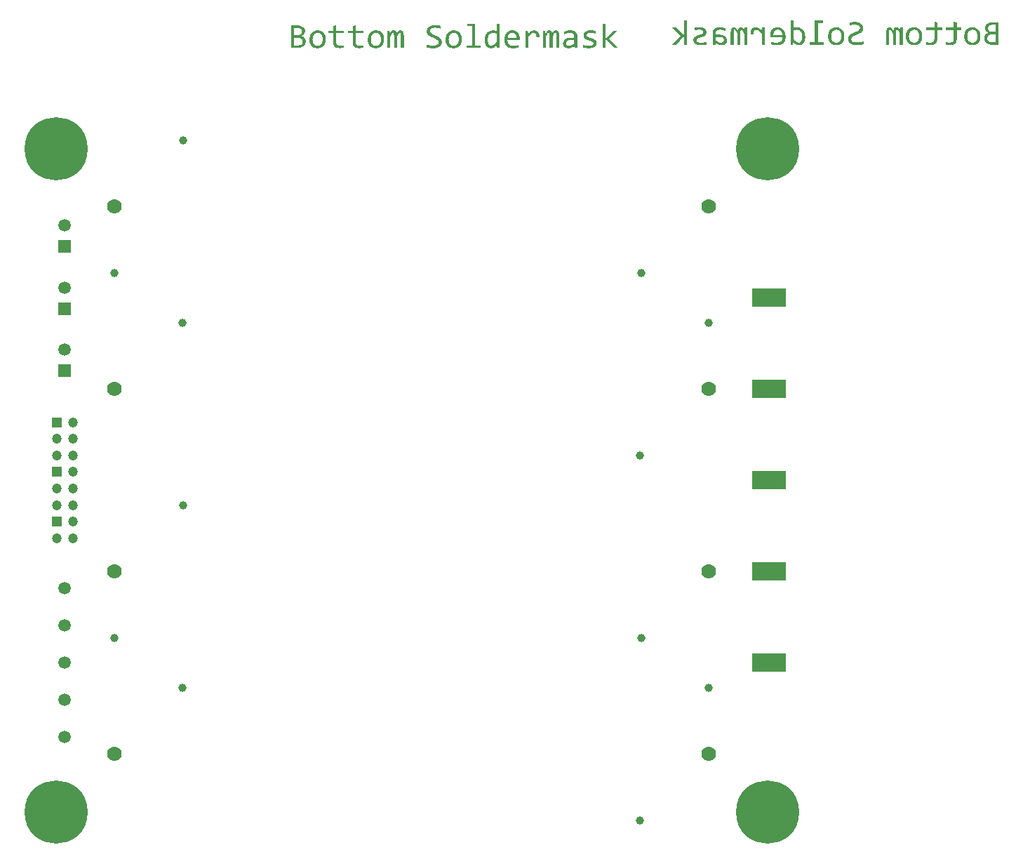
<source format=gbs>
G04*
G04 #@! TF.GenerationSoftware,Altium Limited,Altium Designer,20.0.10 (225)*
G04*
G04 Layer_Color=16711935*
%FSLAX25Y25*%
%MOIN*%
G70*
G01*
G75*
%ADD29C,0.05906*%
%ADD30R,0.05906X0.05906*%
%ADD31C,0.07000*%
%ADD32C,0.03937*%
%ADD33R,0.04724X0.04724*%
%ADD34C,0.04724*%
%ADD35C,0.30000*%
%ADD39R,0.16142X0.09055*%
G36*
X371567Y215158D02*
X371731Y215121D01*
X371859Y215085D01*
X371877Y215066D01*
X371895D01*
X372059Y214975D01*
X372205Y214884D01*
X372314Y214811D01*
X372332Y214793D01*
X372350Y214775D01*
X372514Y214611D01*
X372642Y214429D01*
X372697Y214356D01*
X372733Y214301D01*
X372751Y214265D01*
X372769Y214247D01*
X372915Y213991D01*
X373061Y213736D01*
X373116Y213627D01*
X373152Y213536D01*
X373170Y213481D01*
X373189Y213463D01*
X373261Y215030D01*
X374428D01*
Y206795D01*
X373006D01*
Y212078D01*
X372915Y212279D01*
X372824Y212479D01*
X372751Y212643D01*
X372697Y212771D01*
X372642Y212880D01*
X372605Y212953D01*
X372569Y213008D01*
Y213026D01*
X372442Y213263D01*
X372332Y213445D01*
X372259Y213554D01*
X372241Y213591D01*
X372132Y213736D01*
X372041Y213827D01*
X371986Y213882D01*
X371968Y213900D01*
X371877Y213955D01*
X371786Y213973D01*
X371713Y213991D01*
X371694D01*
X371603Y213973D01*
X371531Y213955D01*
X371494Y213937D01*
X371476Y213919D01*
X371421Y213864D01*
X371367Y213791D01*
X371348Y213718D01*
X371330Y213700D01*
X371275Y213572D01*
X371257Y213427D01*
X371239Y213317D01*
Y213281D01*
Y213263D01*
X371221Y213044D01*
X371203Y212807D01*
Y212698D01*
Y212625D01*
Y212570D01*
Y212552D01*
Y206795D01*
X369781D01*
Y212078D01*
X369690Y212261D01*
X369617Y212443D01*
X369545Y212589D01*
X369490Y212716D01*
X369435Y212825D01*
X369399Y212898D01*
X369362Y212953D01*
Y212971D01*
X369235Y213208D01*
X369126Y213408D01*
X369089Y213463D01*
X369053Y213518D01*
X369034Y213536D01*
Y213554D01*
X368925Y213700D01*
X368834Y213809D01*
X368779Y213864D01*
X368761Y213882D01*
X368652Y213955D01*
X368561Y213973D01*
X368488Y213991D01*
X368470D01*
X368378Y213973D01*
X368306Y213955D01*
X368269Y213937D01*
X368251Y213919D01*
X368196Y213864D01*
X368142Y213791D01*
X368123Y213736D01*
X368105Y213718D01*
X368051Y213591D01*
X368032Y213463D01*
X368014Y213354D01*
Y213335D01*
Y213317D01*
X367996Y213117D01*
X367978Y212916D01*
Y212825D01*
Y212771D01*
Y212716D01*
Y212698D01*
Y206795D01*
X366557D01*
Y212789D01*
X366575Y213208D01*
X366629Y213572D01*
X366702Y213900D01*
X366793Y214174D01*
X366921Y214392D01*
X367048Y214593D01*
X367194Y214757D01*
X367340Y214884D01*
X367486Y214975D01*
X367632Y215048D01*
X367759Y215103D01*
X367886Y215139D01*
X367978Y215158D01*
X368051Y215176D01*
X368123D01*
X368360Y215158D01*
X368561Y215121D01*
X368634Y215085D01*
X368688Y215066D01*
X368725Y215048D01*
X368743D01*
X368925Y214939D01*
X369071Y214830D01*
X369180Y214738D01*
X369198Y214720D01*
X369217Y214702D01*
X369362Y214520D01*
X369490Y214338D01*
X369545Y214265D01*
X369581Y214192D01*
X369617Y214155D01*
Y214137D01*
X369745Y213882D01*
X369872Y213645D01*
X369927Y213536D01*
X369964Y213463D01*
X369982Y213408D01*
X370000Y213390D01*
X370018Y213718D01*
X370055Y213991D01*
X370109Y214210D01*
X370164Y214410D01*
X370237Y214556D01*
X370292Y214666D01*
X370328Y214720D01*
X370346Y214738D01*
X370492Y214884D01*
X370656Y214994D01*
X370820Y215066D01*
X370984Y215121D01*
X371130Y215158D01*
X371257Y215176D01*
X371367D01*
X371567Y215158D01*
D02*
G37*
G36*
X297667Y215158D02*
X297831Y215121D01*
X297958Y215085D01*
X297976Y215066D01*
X297995D01*
X298159Y214975D01*
X298304Y214884D01*
X298414Y214811D01*
X298432Y214793D01*
X298450Y214775D01*
X298614Y214611D01*
X298742Y214429D01*
X298796Y214356D01*
X298833Y214301D01*
X298851Y214265D01*
X298869Y214247D01*
X299015Y213991D01*
X299161Y213736D01*
X299215Y213627D01*
X299252Y213536D01*
X299270Y213481D01*
X299288Y213463D01*
X299361Y215030D01*
X300527D01*
Y206795D01*
X299106D01*
Y212078D01*
X299015Y212279D01*
X298924Y212479D01*
X298851Y212643D01*
X298796Y212771D01*
X298742Y212880D01*
X298705Y212953D01*
X298669Y213007D01*
Y213026D01*
X298541Y213263D01*
X298432Y213445D01*
X298359Y213554D01*
X298341Y213591D01*
X298232Y213736D01*
X298140Y213827D01*
X298086Y213882D01*
X298067Y213900D01*
X297976Y213955D01*
X297885Y213973D01*
X297812Y213991D01*
X297794D01*
X297703Y213973D01*
X297630Y213955D01*
X297594Y213937D01*
X297576Y213919D01*
X297521Y213864D01*
X297466Y213791D01*
X297448Y213718D01*
X297430Y213700D01*
X297375Y213572D01*
X297357Y213427D01*
X297339Y213317D01*
Y213281D01*
Y213263D01*
X297321Y213044D01*
X297302Y212807D01*
Y212698D01*
Y212625D01*
Y212570D01*
Y212552D01*
Y206795D01*
X295881D01*
Y212078D01*
X295790Y212261D01*
X295717Y212443D01*
X295644Y212589D01*
X295590Y212716D01*
X295535Y212825D01*
X295498Y212898D01*
X295462Y212953D01*
Y212971D01*
X295335Y213208D01*
X295225Y213408D01*
X295189Y213463D01*
X295152Y213518D01*
X295134Y213536D01*
Y213554D01*
X295025Y213700D01*
X294934Y213809D01*
X294879Y213864D01*
X294861Y213882D01*
X294752Y213955D01*
X294660Y213973D01*
X294587Y213991D01*
X294569D01*
X294478Y213973D01*
X294405Y213955D01*
X294369Y213937D01*
X294351Y213919D01*
X294296Y213864D01*
X294241Y213791D01*
X294223Y213736D01*
X294205Y213718D01*
X294150Y213591D01*
X294132Y213463D01*
X294114Y213354D01*
Y213335D01*
Y213317D01*
X294095Y213117D01*
X294077Y212916D01*
Y212825D01*
Y212771D01*
Y212716D01*
Y212698D01*
Y206795D01*
X292656D01*
Y212789D01*
X292674Y213208D01*
X292729Y213572D01*
X292802Y213900D01*
X292893Y214174D01*
X293021Y214392D01*
X293148Y214593D01*
X293294Y214757D01*
X293440Y214884D01*
X293585Y214975D01*
X293731Y215048D01*
X293859Y215103D01*
X293986Y215139D01*
X294077Y215158D01*
X294150Y215176D01*
X294223D01*
X294460Y215158D01*
X294660Y215121D01*
X294733Y215085D01*
X294788Y215066D01*
X294824Y215048D01*
X294843D01*
X295025Y214939D01*
X295170Y214830D01*
X295280Y214738D01*
X295298Y214720D01*
X295316Y214702D01*
X295462Y214520D01*
X295590Y214338D01*
X295644Y214265D01*
X295681Y214192D01*
X295717Y214155D01*
Y214137D01*
X295845Y213882D01*
X295972Y213645D01*
X296027Y213536D01*
X296063Y213463D01*
X296081Y213408D01*
X296100Y213390D01*
X296118Y213718D01*
X296154Y213991D01*
X296209Y214210D01*
X296264Y214410D01*
X296337Y214556D01*
X296391Y214666D01*
X296428Y214720D01*
X296446Y214738D01*
X296592Y214884D01*
X296756Y214994D01*
X296920Y215066D01*
X297084Y215121D01*
X297229Y215158D01*
X297357Y215176D01*
X297466D01*
X297667Y215158D01*
D02*
G37*
G36*
X287791D02*
X287919D01*
X288028Y215139D01*
X288101D01*
X288156Y215121D01*
X288174D01*
X288466Y215085D01*
X288593Y215066D01*
X288702Y215048D01*
X288793Y215030D01*
X288866Y215012D01*
X288921Y214994D01*
X288939D01*
X289194Y214939D01*
X289431Y214884D01*
X289522Y214866D01*
X289595Y214848D01*
X289632Y214830D01*
X289650D01*
X289887Y214757D01*
X290069Y214702D01*
X290142Y214684D01*
X290178Y214666D01*
X290215Y214647D01*
X290233D01*
Y213354D01*
X289978Y213445D01*
X289723Y213536D01*
X289486Y213609D01*
X289267Y213682D01*
X289103Y213718D01*
X288958Y213755D01*
X288885Y213791D01*
X288848D01*
X288338Y213882D01*
X288119Y213919D01*
X287901Y213937D01*
X287719Y213955D01*
X287463D01*
X287136Y213937D01*
X286844Y213882D01*
X286589Y213809D01*
X286388Y213736D01*
X286243Y213664D01*
X286133Y213591D01*
X286061Y213536D01*
X286042Y213518D01*
X285878Y213335D01*
X285769Y213153D01*
X285678Y212953D01*
X285623Y212771D01*
X285587Y212607D01*
X285569Y212479D01*
Y212388D01*
Y212352D01*
Y211641D01*
X287609D01*
X287919Y211605D01*
X288211Y211568D01*
X288466Y211532D01*
X288721Y211477D01*
X288939Y211422D01*
X289140Y211350D01*
X289322Y211295D01*
X289486Y211222D01*
X289632Y211149D01*
X289741Y211094D01*
X289832Y211040D01*
X289923Y211003D01*
X289978Y210967D01*
X289996Y210930D01*
X290014D01*
X290178Y210785D01*
X290306Y210639D01*
X290433Y210493D01*
X290543Y210329D01*
X290707Y210001D01*
X290816Y209692D01*
X290871Y209418D01*
X290889Y209291D01*
X290907Y209181D01*
X290925Y209108D01*
Y209036D01*
Y208999D01*
Y208981D01*
X290907Y208635D01*
X290871Y208471D01*
X290852Y208325D01*
X290816Y208216D01*
X290798Y208125D01*
X290779Y208070D01*
Y208052D01*
X290652Y207760D01*
X290561Y207633D01*
X290488Y207523D01*
X290415Y207432D01*
X290360Y207359D01*
X290324Y207323D01*
X290306Y207305D01*
X290033Y207104D01*
X289777Y206940D01*
X289650Y206886D01*
X289559Y206849D01*
X289504Y206813D01*
X289486D01*
X289085Y206722D01*
X288885Y206685D01*
X288684Y206667D01*
X288520D01*
X288393Y206649D01*
X288283D01*
X287992Y206667D01*
X287737Y206703D01*
X287482Y206740D01*
X287263Y206795D01*
X287081Y206849D01*
X286953Y206904D01*
X286862Y206922D01*
X286826Y206940D01*
X286571Y207068D01*
X286316Y207214D01*
X286097Y207378D01*
X285878Y207523D01*
X285714Y207669D01*
X285569Y207778D01*
X285496Y207851D01*
X285459Y207888D01*
X285423Y206795D01*
X284129D01*
Y212461D01*
X284147Y212716D01*
X284166Y212935D01*
X284202Y213153D01*
X284239Y213317D01*
X284293Y213463D01*
X284330Y213572D01*
X284348Y213645D01*
X284366Y213664D01*
X284457Y213846D01*
X284548Y214010D01*
X284658Y214155D01*
X284767Y214283D01*
X284858Y214374D01*
X284931Y214447D01*
X284985Y214483D01*
X285004Y214502D01*
X285168Y214629D01*
X285332Y214720D01*
X285496Y214811D01*
X285660Y214884D01*
X285787Y214939D01*
X285896Y214975D01*
X285988Y215012D01*
X286006D01*
X286461Y215103D01*
X286698Y215139D01*
X286899Y215158D01*
X287081Y215176D01*
X287664D01*
X287791Y215158D01*
D02*
G37*
G36*
X272049Y206795D02*
X270628D01*
Y211204D01*
X266784Y206795D01*
X264816D01*
X268897Y211222D01*
X265035Y215030D01*
X266930D01*
X270628Y211258D01*
Y218382D01*
X272049D01*
Y206795D01*
D02*
G37*
G36*
X400063Y217289D02*
Y215030D01*
X402359D01*
Y213827D01*
X400063D01*
Y209528D01*
X400027Y209017D01*
X399936Y208580D01*
X399826Y208216D01*
X399680Y207906D01*
X399535Y207669D01*
X399425Y207505D01*
X399334Y207414D01*
X399298Y207378D01*
X399152Y207250D01*
X398970Y207141D01*
X398605Y206977D01*
X398223Y206849D01*
X397858Y206776D01*
X397512Y206722D01*
X397366Y206703D01*
X397239D01*
X397130Y206685D01*
X396984D01*
X396601Y206703D01*
X396419D01*
X396273Y206722D01*
X396128D01*
X396036Y206740D01*
X395945D01*
X395563Y206795D01*
X395399Y206813D01*
X395235Y206849D01*
X395107Y206867D01*
X395016Y206886D01*
X394943Y206904D01*
X394925D01*
Y208143D01*
X395289Y208052D01*
X395453Y208015D01*
X395599Y207997D01*
X395727Y207961D01*
X395818D01*
X395891Y207942D01*
X395909D01*
X396237Y207906D01*
X396401D01*
X396528Y207888D01*
X396783D01*
X397111Y207906D01*
X397385Y207961D01*
X397622Y208033D01*
X397822Y208106D01*
X397968Y208179D01*
X398077Y208252D01*
X398150Y208307D01*
X398168Y208325D01*
X398332Y208507D01*
X398442Y208708D01*
X398533Y208926D01*
X398587Y209145D01*
X398624Y209345D01*
X398642Y209491D01*
Y209600D01*
Y209619D01*
Y209637D01*
Y213827D01*
X394925D01*
Y215030D01*
X398642D01*
Y217672D01*
X400063Y217289D01*
D02*
G37*
G36*
X390826Y217289D02*
Y215030D01*
X393121Y215030D01*
Y213827D01*
X390826Y213827D01*
Y209527D01*
X390789Y209017D01*
X390698Y208580D01*
X390589Y208216D01*
X390443Y207906D01*
X390297Y207669D01*
X390188Y207505D01*
X390097Y207414D01*
X390060Y207378D01*
X389914Y207250D01*
X389732Y207141D01*
X389368Y206977D01*
X388985Y206849D01*
X388621Y206776D01*
X388275Y206722D01*
X388129Y206703D01*
X388001D01*
X387892Y206685D01*
X387746D01*
X387364Y206703D01*
X387181D01*
X387036Y206722D01*
X386890D01*
X386799Y206740D01*
X386708D01*
X386325Y206795D01*
X386161Y206813D01*
X385997Y206849D01*
X385870Y206867D01*
X385779Y206886D01*
X385706Y206904D01*
X385687D01*
Y208143D01*
X386052Y208052D01*
X386216Y208015D01*
X386362Y207997D01*
X386489Y207961D01*
X386580D01*
X386653Y207942D01*
X386671D01*
X386999Y207906D01*
X387163D01*
X387291Y207888D01*
X387546D01*
X387874Y207906D01*
X388147Y207961D01*
X388384Y208033D01*
X388584Y208106D01*
X388730Y208179D01*
X388840Y208252D01*
X388912Y208307D01*
X388931Y208325D01*
X389095Y208507D01*
X389204Y208708D01*
X389295Y208926D01*
X389350Y209145D01*
X389386Y209345D01*
X389404Y209491D01*
Y209600D01*
Y209619D01*
Y209637D01*
Y213827D01*
X385687D01*
Y215030D01*
X389404D01*
Y217672D01*
X390826Y217289D01*
D02*
G37*
G36*
X315358Y215158D02*
X315650Y215121D01*
X315923Y215066D01*
X316160Y215012D01*
X316342Y214939D01*
X316488Y214884D01*
X316579Y214848D01*
X316616Y214830D01*
X316870Y214684D01*
X317089Y214538D01*
X317290Y214374D01*
X317472Y214228D01*
X317599Y214083D01*
X317709Y213973D01*
X317781Y213900D01*
X317800Y213882D01*
X317964Y213664D01*
X318109Y213427D01*
X318237Y213190D01*
X318346Y212989D01*
X318419Y212789D01*
X318474Y212643D01*
X318510Y212552D01*
X318529Y212534D01*
Y212516D01*
X318601Y212224D01*
X318656Y211933D01*
X318711Y211659D01*
X318729Y211422D01*
X318747Y211204D01*
X318765Y211040D01*
Y210930D01*
Y210912D01*
Y210894D01*
X318747Y210530D01*
X318729Y210183D01*
X318692Y209892D01*
X318656Y209619D01*
X318620Y209400D01*
X318583Y209236D01*
X318547Y209127D01*
Y209108D01*
Y209090D01*
X318456Y208817D01*
X318328Y208544D01*
X318219Y208325D01*
X318091Y208125D01*
X317982Y207979D01*
X317891Y207851D01*
X317836Y207778D01*
X317818Y207760D01*
X317618Y207560D01*
X317417Y207396D01*
X317198Y207250D01*
X316998Y207141D01*
X316834Y207050D01*
X316688Y206977D01*
X316597Y206940D01*
X316561Y206922D01*
X316269Y206831D01*
X315960Y206758D01*
X315650Y206722D01*
X315358Y206685D01*
X315121Y206667D01*
X314921Y206649D01*
X314447D01*
X314174Y206667D01*
X313919Y206685D01*
X313682Y206703D01*
X313500Y206722D01*
X313354Y206740D01*
X313263Y206758D01*
X313227D01*
X312953Y206795D01*
X312698Y206831D01*
X312479Y206886D01*
X312279Y206922D01*
X312115Y206959D01*
X312006Y206995D01*
X311915Y207013D01*
X311896D01*
Y208179D01*
X312097Y208125D01*
X312297Y208088D01*
X312370Y208070D01*
X312425Y208052D01*
X312461Y208033D01*
X312479D01*
X312716Y207997D01*
X312917Y207961D01*
X313008Y207942D01*
X313081D01*
X313117Y207924D01*
X313135D01*
X313372Y207906D01*
X313609Y207870D01*
X313700D01*
X313773Y207851D01*
X313828D01*
X314083Y207833D01*
X314538D01*
X315012Y207870D01*
X315413Y207942D01*
X315759Y208052D01*
X316051Y208179D01*
X316287Y208289D01*
X316452Y208398D01*
X316543Y208471D01*
X316579Y208507D01*
X316816Y208781D01*
X316980Y209090D01*
X317107Y209418D01*
X317180Y209728D01*
X317235Y210019D01*
X317253Y210147D01*
Y210256D01*
X317271Y210329D01*
Y210402D01*
Y210438D01*
Y210457D01*
X311496D01*
X311477Y210584D01*
Y210694D01*
Y210785D01*
Y210821D01*
X311459Y211003D01*
Y211167D01*
Y211240D01*
Y211295D01*
Y211331D01*
Y211350D01*
X311477Y211678D01*
X311496Y211969D01*
X311532Y212224D01*
X311568Y212461D01*
X311623Y212643D01*
X311660Y212789D01*
X311678Y212880D01*
X311696Y212916D01*
X311787Y213172D01*
X311896Y213408D01*
X312024Y213609D01*
X312133Y213791D01*
X312224Y213919D01*
X312316Y214028D01*
X312370Y214101D01*
X312388Y214119D01*
X312571Y214301D01*
X312753Y214465D01*
X312953Y214593D01*
X313117Y214702D01*
X313281Y214793D01*
X313409Y214848D01*
X313482Y214884D01*
X313518Y214902D01*
X313773Y214994D01*
X314028Y215066D01*
X314283Y215103D01*
X314520Y215139D01*
X314721Y215158D01*
X314885Y215176D01*
X315030D01*
X315358Y215158D01*
D02*
G37*
G36*
X420050Y206795D02*
X417299D01*
X416953Y206813D01*
X416625Y206831D01*
X416333Y206867D01*
X416078Y206904D01*
X415878Y206940D01*
X415714Y206959D01*
X415623Y206995D01*
X415587D01*
X415295Y207086D01*
X415040Y207177D01*
X414821Y207287D01*
X414621Y207396D01*
X414475Y207469D01*
X414348Y207542D01*
X414275Y207596D01*
X414256Y207614D01*
X414056Y207778D01*
X413892Y207942D01*
X413746Y208125D01*
X413637Y208270D01*
X413546Y208416D01*
X413473Y208525D01*
X413437Y208598D01*
X413418Y208617D01*
X413309Y208853D01*
X413236Y209090D01*
X413181Y209327D01*
X413145Y209528D01*
X413127Y209728D01*
X413109Y209874D01*
Y209965D01*
Y210001D01*
X413145Y210366D01*
X413163Y210530D01*
X413200Y210675D01*
X413236Y210785D01*
X413254Y210876D01*
X413291Y210930D01*
Y210949D01*
X413437Y211258D01*
X413509Y211386D01*
X413582Y211495D01*
X413637Y211568D01*
X413692Y211641D01*
X413728Y211678D01*
X413746Y211696D01*
X413965Y211914D01*
X414184Y212060D01*
X414275Y212133D01*
X414348Y212170D01*
X414402Y212206D01*
X414420D01*
X414712Y212333D01*
X414967Y212424D01*
X415076Y212443D01*
X415167Y212461D01*
X415222Y212479D01*
X415240D01*
X414912Y212607D01*
X414639Y212753D01*
X414402Y212916D01*
X414220Y213062D01*
X414092Y213190D01*
X413983Y213299D01*
X413929Y213390D01*
X413910Y213408D01*
X413764Y213645D01*
X413673Y213900D01*
X413600Y214155D01*
X413546Y214392D01*
X413509Y214593D01*
X413491Y214757D01*
Y214866D01*
Y214884D01*
Y214902D01*
X413509Y215139D01*
X413528Y215358D01*
X413637Y215759D01*
X413819Y216105D01*
X414038Y216415D01*
X414311Y216670D01*
X414603Y216870D01*
X414931Y217052D01*
X415259Y217180D01*
X415587Y217289D01*
X415914Y217362D01*
X416206Y217435D01*
X416479Y217472D01*
X416698Y217490D01*
X416880Y217508D01*
X420050D01*
Y206795D01*
D02*
G37*
G36*
X336530Y217216D02*
X334107Y217216D01*
Y207979D01*
X336803Y207979D01*
Y206795D01*
X330208Y206795D01*
Y207979D01*
X332667D01*
Y218383D01*
X336530Y218383D01*
Y217216D01*
D02*
G37*
G36*
X304918Y215158D02*
X305173Y215121D01*
X305428Y215048D01*
X305629Y214975D01*
X305829Y214902D01*
X305957Y214830D01*
X306048Y214793D01*
X306084Y214775D01*
X306358Y214611D01*
X306613Y214410D01*
X306850Y214192D01*
X307068Y213991D01*
X307250Y213791D01*
X307396Y213645D01*
X307487Y213536D01*
X307524Y213518D01*
Y213499D01*
X307560Y215030D01*
X308854D01*
Y206795D01*
X307414D01*
Y212078D01*
X307269Y212261D01*
X307141Y212424D01*
X307014Y212552D01*
X306904Y212680D01*
X306813Y212789D01*
X306740Y212862D01*
X306704Y212898D01*
X306686Y212916D01*
X306431Y213153D01*
X306230Y213354D01*
X306139Y213408D01*
X306084Y213463D01*
X306048Y213481D01*
X306030Y213499D01*
X305811Y213645D01*
X305611Y213755D01*
X305538Y213791D01*
X305483Y213809D01*
X305447Y213827D01*
X305428D01*
X305210Y213900D01*
X305028Y213919D01*
X304973Y213937D01*
X304864D01*
X304627Y213919D01*
X304426Y213864D01*
X304262Y213773D01*
X304117Y213700D01*
X304007Y213609D01*
X303916Y213518D01*
X303880Y213463D01*
X303861Y213445D01*
X303752Y213244D01*
X303661Y212989D01*
X303606Y212734D01*
X303570Y212479D01*
X303552Y212261D01*
X303534Y212078D01*
Y212005D01*
Y211951D01*
Y211914D01*
Y211896D01*
X302094D01*
Y212188D01*
X302112Y212461D01*
X302131Y212716D01*
X302167Y212971D01*
X302222Y213190D01*
X302276Y213390D01*
X302331Y213554D01*
X302386Y213718D01*
X302440Y213864D01*
X302513Y213991D01*
X302568Y214101D01*
X302604Y214192D01*
X302659Y214247D01*
X302677Y214301D01*
X302714Y214338D01*
X302841Y214483D01*
X302987Y214611D01*
X303297Y214830D01*
X303606Y214975D01*
X303916Y215066D01*
X304208Y215139D01*
X304335Y215158D01*
X304426D01*
X304517Y215176D01*
X304645D01*
X304918Y215158D01*
D02*
G37*
G36*
X407770Y215158D02*
X408080Y215121D01*
X408353Y215066D01*
X408608Y215012D01*
X408809Y214957D01*
X408954Y214902D01*
X409046Y214866D01*
X409082Y214848D01*
X409337Y214720D01*
X409574Y214575D01*
X409793Y214429D01*
X409975Y214283D01*
X410120Y214155D01*
X410230Y214046D01*
X410303Y213973D01*
X410321Y213955D01*
X410503Y213736D01*
X410649Y213499D01*
X410795Y213281D01*
X410904Y213062D01*
X410995Y212880D01*
X411050Y212716D01*
X411086Y212625D01*
X411104Y212607D01*
Y212589D01*
X411196Y212297D01*
X411250Y211987D01*
X411305Y211696D01*
X411323Y211422D01*
X411341Y211204D01*
X411360Y211022D01*
Y210949D01*
Y210894D01*
Y210876D01*
Y210858D01*
X411341Y210493D01*
X411323Y210147D01*
X411287Y209837D01*
X411232Y209564D01*
X411177Y209345D01*
X411141Y209181D01*
X411123Y209072D01*
X411104Y209054D01*
Y209036D01*
X410995Y208762D01*
X410886Y208507D01*
X410758Y208270D01*
X410649Y208088D01*
X410540Y207924D01*
X410449Y207815D01*
X410394Y207742D01*
X410376Y207724D01*
X410175Y207542D01*
X409975Y207378D01*
X409793Y207232D01*
X409592Y207122D01*
X409428Y207031D01*
X409301Y206977D01*
X409228Y206940D01*
X409191Y206922D01*
X408918Y206831D01*
X408645Y206758D01*
X408371Y206722D01*
X408116Y206685D01*
X407916Y206667D01*
X407734Y206649D01*
X407588D01*
X407242Y206667D01*
X406932Y206703D01*
X406659Y206740D01*
X406404Y206813D01*
X406203Y206867D01*
X406057Y206904D01*
X405966Y206940D01*
X405930Y206959D01*
X405675Y207086D01*
X405420Y207232D01*
X405219Y207378D01*
X405037Y207505D01*
X404891Y207633D01*
X404782Y207742D01*
X404709Y207815D01*
X404691Y207833D01*
X404509Y208052D01*
X404345Y208289D01*
X404217Y208525D01*
X404108Y208744D01*
X404017Y208926D01*
X403962Y209072D01*
X403926Y209163D01*
X403907Y209200D01*
X403816Y209509D01*
X403744Y209819D01*
X403707Y210111D01*
X403671Y210384D01*
X403652Y210621D01*
X403634Y210803D01*
Y210876D01*
Y210930D01*
Y210949D01*
Y210967D01*
X403652Y211331D01*
X403671Y211678D01*
X403725Y211987D01*
X403762Y212261D01*
X403816Y212461D01*
X403871Y212625D01*
X403889Y212734D01*
X403907Y212771D01*
X404017Y213044D01*
X404126Y213299D01*
X404254Y213536D01*
X404381Y213718D01*
X404491Y213882D01*
X404582Y213991D01*
X404636Y214064D01*
X404655Y214083D01*
X404837Y214265D01*
X405037Y214429D01*
X405237Y214575D01*
X405420Y214684D01*
X405584Y214775D01*
X405711Y214830D01*
X405802Y214866D01*
X405839Y214884D01*
X406112Y214975D01*
X406385Y215048D01*
X406640Y215103D01*
X406896Y215139D01*
X407096Y215158D01*
X407278Y215176D01*
X407424D01*
X407770Y215158D01*
D02*
G37*
G36*
X380058Y215158D02*
X380367Y215121D01*
X380641Y215066D01*
X380896Y215012D01*
X381096Y214957D01*
X381242Y214902D01*
X381333Y214866D01*
X381369Y214848D01*
X381624Y214720D01*
X381861Y214575D01*
X382080Y214429D01*
X382262Y214283D01*
X382408Y214155D01*
X382517Y214046D01*
X382590Y213973D01*
X382608Y213955D01*
X382790Y213736D01*
X382936Y213499D01*
X383082Y213281D01*
X383191Y213062D01*
X383282Y212880D01*
X383337Y212716D01*
X383373Y212625D01*
X383392Y212607D01*
Y212589D01*
X383483Y212297D01*
X383538Y211987D01*
X383592Y211696D01*
X383610Y211422D01*
X383629Y211204D01*
X383647Y211022D01*
Y210949D01*
Y210894D01*
Y210876D01*
Y210858D01*
X383629Y210493D01*
X383610Y210147D01*
X383574Y209837D01*
X383519Y209564D01*
X383465Y209345D01*
X383428Y209181D01*
X383410Y209072D01*
X383392Y209054D01*
Y209036D01*
X383282Y208762D01*
X383173Y208507D01*
X383046Y208270D01*
X382936Y208088D01*
X382827Y207924D01*
X382736Y207815D01*
X382681Y207742D01*
X382663Y207724D01*
X382463Y207542D01*
X382262Y207378D01*
X382080Y207232D01*
X381879Y207122D01*
X381715Y207031D01*
X381588Y206977D01*
X381515Y206940D01*
X381479Y206922D01*
X381205Y206831D01*
X380932Y206758D01*
X380659Y206722D01*
X380404Y206685D01*
X380203Y206667D01*
X380021Y206649D01*
X379875D01*
X379529Y206667D01*
X379219Y206703D01*
X378946Y206740D01*
X378691Y206813D01*
X378491Y206867D01*
X378345Y206904D01*
X378254Y206940D01*
X378217Y206959D01*
X377962Y207086D01*
X377707Y207232D01*
X377507Y207378D01*
X377325Y207505D01*
X377179Y207633D01*
X377069Y207742D01*
X376996Y207815D01*
X376978Y207833D01*
X376796Y208052D01*
X376632Y208289D01*
X376505Y208525D01*
X376395Y208744D01*
X376304Y208926D01*
X376250Y209072D01*
X376213Y209163D01*
X376195Y209200D01*
X376104Y209509D01*
X376031Y209819D01*
X375994Y210111D01*
X375958Y210384D01*
X375940Y210621D01*
X375922Y210803D01*
Y210876D01*
Y210930D01*
Y210949D01*
Y210967D01*
X375940Y211331D01*
X375958Y211678D01*
X376013Y211987D01*
X376049Y212261D01*
X376104Y212461D01*
X376158Y212625D01*
X376177Y212734D01*
X376195Y212771D01*
X376304Y213044D01*
X376413Y213299D01*
X376541Y213536D01*
X376669Y213718D01*
X376778Y213882D01*
X376869Y213991D01*
X376924Y214064D01*
X376942Y214083D01*
X377124Y214265D01*
X377325Y214429D01*
X377525Y214575D01*
X377707Y214684D01*
X377871Y214775D01*
X377999Y214830D01*
X378090Y214866D01*
X378126Y214884D01*
X378399Y214975D01*
X378673Y215048D01*
X378928Y215103D01*
X379183Y215139D01*
X379383Y215158D01*
X379566Y215176D01*
X379711D01*
X380058Y215158D01*
D02*
G37*
G36*
X352035Y217654D02*
X352381Y217635D01*
X352691Y217599D01*
X352964Y217544D01*
X353183Y217490D01*
X353329Y217453D01*
X353438Y217435D01*
X353474Y217417D01*
X353748Y217307D01*
X353985Y217198D01*
X354203Y217089D01*
X354367Y216980D01*
X354513Y216888D01*
X354622Y216815D01*
X354695Y216761D01*
X354714Y216743D01*
X354877Y216579D01*
X355023Y216415D01*
X355151Y216251D01*
X355242Y216105D01*
X355315Y215977D01*
X355388Y215886D01*
X355406Y215813D01*
X355424Y215795D01*
X355497Y215595D01*
X355552Y215394D01*
X355588Y215212D01*
X355606Y215048D01*
X355625Y214902D01*
X355643Y214793D01*
Y214720D01*
Y214702D01*
X355625Y214483D01*
X355606Y214265D01*
X355570Y214083D01*
X355515Y213919D01*
X355479Y213791D01*
X355442Y213700D01*
X355424Y213627D01*
X355406Y213609D01*
X355205Y213299D01*
X355096Y213153D01*
X355005Y213044D01*
X354914Y212935D01*
X354841Y212862D01*
X354805Y212825D01*
X354786Y212807D01*
X354477Y212570D01*
X354313Y212479D01*
X354185Y212388D01*
X354058Y212315D01*
X353966Y212279D01*
X353894Y212242D01*
X353875Y212224D01*
X353493Y212042D01*
X353329Y211969D01*
X353165Y211896D01*
X353037Y211842D01*
X352946Y211787D01*
X352873Y211769D01*
X352855Y211750D01*
X352472Y211605D01*
X352290Y211532D01*
X352145Y211477D01*
X351999Y211422D01*
X351908Y211386D01*
X351835Y211368D01*
X351817Y211350D01*
X351452Y211186D01*
X351306Y211113D01*
X351179Y211040D01*
X351069Y210985D01*
X350997Y210930D01*
X350942Y210912D01*
X350924Y210894D01*
X350650Y210712D01*
X350541Y210621D01*
X350450Y210530D01*
X350377Y210457D01*
X350323Y210402D01*
X350304Y210366D01*
X350286Y210347D01*
X350195Y210220D01*
X350140Y210111D01*
X350067Y209874D01*
X350049Y209764D01*
X350031Y209692D01*
Y209637D01*
Y209619D01*
X350049Y209345D01*
X350067Y209218D01*
X350104Y209108D01*
X350122Y209017D01*
X350159Y208945D01*
X350177Y208908D01*
Y208890D01*
X350304Y208671D01*
X350468Y208507D01*
X350541Y208453D01*
X350596Y208398D01*
X350632Y208380D01*
X350650Y208362D01*
X350905Y208234D01*
X351161Y208125D01*
X351288Y208106D01*
X351361Y208070D01*
X351434Y208052D01*
X351452D01*
X351653Y208015D01*
X351853Y207997D01*
X352053Y207961D01*
X352236D01*
X352399Y207942D01*
X353019D01*
X353347Y207961D01*
X353639Y207979D01*
X353894Y208015D01*
X354112Y208033D01*
X354276Y208052D01*
X354367Y208070D01*
X354404D01*
X354677Y208125D01*
X354932Y208179D01*
X355169Y208234D01*
X355369Y208307D01*
X355533Y208362D01*
X355661Y208398D01*
X355734Y208416D01*
X355770Y208434D01*
Y207031D01*
X355552Y206977D01*
X355351Y206922D01*
X355278Y206904D01*
X355205Y206886D01*
X355169Y206867D01*
X355151D01*
X354896Y206831D01*
X354659Y206795D01*
X354568D01*
X354495Y206776D01*
X354422D01*
X354130Y206740D01*
X353875Y206703D01*
X353766D01*
X353693Y206685D01*
X353620D01*
X353292Y206667D01*
X353165D01*
X353019Y206649D01*
X352418D01*
X352090Y206685D01*
X351798Y206703D01*
X351543Y206740D01*
X351325Y206776D01*
X351161Y206795D01*
X351069Y206831D01*
X351033D01*
X350742Y206904D01*
X350486Y206995D01*
X350268Y207086D01*
X350067Y207177D01*
X349922Y207268D01*
X349794Y207341D01*
X349721Y207378D01*
X349703Y207396D01*
X349503Y207542D01*
X349320Y207705D01*
X349175Y207870D01*
X349047Y208015D01*
X348956Y208143D01*
X348883Y208252D01*
X348847Y208325D01*
X348828Y208343D01*
X348719Y208562D01*
X348646Y208799D01*
X348573Y209036D01*
X348537Y209236D01*
X348519Y209418D01*
X348500Y209564D01*
Y209655D01*
Y209692D01*
X348519Y209928D01*
X348537Y210129D01*
X348573Y210329D01*
X348628Y210493D01*
X348683Y210621D01*
X348719Y210712D01*
X348737Y210785D01*
X348756Y210803D01*
X348956Y211131D01*
X349065Y211277D01*
X349156Y211386D01*
X349248Y211495D01*
X349320Y211568D01*
X349375Y211605D01*
X349393Y211623D01*
X349685Y211860D01*
X349976Y212060D01*
X350104Y212133D01*
X350195Y212188D01*
X350268Y212206D01*
X350286Y212224D01*
X350669Y212406D01*
X350833Y212479D01*
X350997Y212552D01*
X351124Y212607D01*
X351234Y212643D01*
X351306Y212680D01*
X351325D01*
X351707Y212844D01*
X351871Y212916D01*
X352017Y212971D01*
X352163Y213026D01*
X352254Y213062D01*
X352327Y213099D01*
X352345D01*
X352709Y213244D01*
X352855Y213317D01*
X352983Y213390D01*
X353110Y213445D01*
X353183Y213499D01*
X353238Y213518D01*
X353256Y213536D01*
X353511Y213736D01*
X353711Y213919D01*
X353784Y213991D01*
X353839Y214046D01*
X353857Y214083D01*
X353875Y214101D01*
X353948Y214228D01*
X354003Y214356D01*
X354076Y214593D01*
X354094Y214702D01*
X354112Y214775D01*
Y214830D01*
Y214848D01*
X354094Y215103D01*
X354021Y215321D01*
X353930Y215522D01*
X353821Y215686D01*
X353711Y215813D01*
X353620Y215904D01*
X353547Y215959D01*
X353529Y215977D01*
X353274Y216123D01*
X353001Y216232D01*
X352691Y216305D01*
X352381Y216360D01*
X352108Y216396D01*
X351889Y216415D01*
X351689D01*
X351252Y216396D01*
X351033Y216378D01*
X350851Y216360D01*
X350687Y216342D01*
X350577Y216324D01*
X350486Y216305D01*
X350468D01*
X349994Y216232D01*
X349776Y216178D01*
X349594Y216141D01*
X349430Y216105D01*
X349302Y216087D01*
X349229Y216050D01*
X349193D01*
Y217362D01*
X349393Y217399D01*
X349594Y217435D01*
X349667Y217453D01*
X349739Y217472D01*
X349794D01*
X350031Y217508D01*
X350231Y217544D01*
X350304D01*
X350377Y217563D01*
X350432D01*
X350669Y217599D01*
X350869Y217617D01*
X350960Y217635D01*
X351069D01*
X351288Y217654D01*
X351470Y217672D01*
X351653D01*
X352035Y217654D01*
D02*
G37*
G36*
X343107Y215158D02*
X343417Y215121D01*
X343690Y215066D01*
X343946Y215012D01*
X344146Y214957D01*
X344292Y214902D01*
X344383Y214866D01*
X344419Y214848D01*
X344674Y214720D01*
X344911Y214575D01*
X345130Y214429D01*
X345312Y214283D01*
X345458Y214155D01*
X345567Y214046D01*
X345640Y213973D01*
X345658Y213955D01*
X345840Y213736D01*
X345986Y213499D01*
X346132Y213281D01*
X346241Y213062D01*
X346332Y212880D01*
X346387Y212716D01*
X346423Y212625D01*
X346442Y212607D01*
Y212589D01*
X346533Y212297D01*
X346587Y211987D01*
X346642Y211696D01*
X346660Y211422D01*
X346678Y211204D01*
X346697Y211022D01*
Y210949D01*
Y210894D01*
Y210876D01*
Y210858D01*
X346678Y210493D01*
X346660Y210147D01*
X346624Y209837D01*
X346569Y209564D01*
X346515Y209345D01*
X346478Y209181D01*
X346460Y209072D01*
X346442Y209054D01*
Y209036D01*
X346332Y208762D01*
X346223Y208507D01*
X346095Y208270D01*
X345986Y208088D01*
X345877Y207924D01*
X345786Y207815D01*
X345731Y207742D01*
X345713Y207724D01*
X345512Y207542D01*
X345312Y207378D01*
X345130Y207232D01*
X344929Y207122D01*
X344765Y207031D01*
X344638Y206977D01*
X344565Y206940D01*
X344529Y206922D01*
X344255Y206831D01*
X343982Y206758D01*
X343709Y206722D01*
X343454Y206685D01*
X343253Y206667D01*
X343071Y206649D01*
X342925D01*
X342579Y206667D01*
X342269Y206703D01*
X341996Y206740D01*
X341741Y206813D01*
X341540Y206867D01*
X341395Y206904D01*
X341304Y206940D01*
X341267Y206959D01*
X341012Y207086D01*
X340757Y207232D01*
X340557Y207378D01*
X340374Y207505D01*
X340229Y207633D01*
X340119Y207742D01*
X340046Y207815D01*
X340028Y207833D01*
X339846Y208052D01*
X339682Y208289D01*
X339554Y208525D01*
X339445Y208744D01*
X339354Y208926D01*
X339299Y209072D01*
X339263Y209163D01*
X339245Y209200D01*
X339154Y209509D01*
X339081Y209819D01*
X339044Y210111D01*
X339008Y210384D01*
X338990Y210621D01*
X338971Y210803D01*
Y210876D01*
Y210930D01*
Y210949D01*
Y210967D01*
X338990Y211331D01*
X339008Y211678D01*
X339062Y211987D01*
X339099Y212261D01*
X339154Y212461D01*
X339208Y212625D01*
X339227Y212734D01*
X339245Y212771D01*
X339354Y213044D01*
X339463Y213299D01*
X339591Y213536D01*
X339718Y213718D01*
X339828Y213882D01*
X339919Y213991D01*
X339973Y214064D01*
X339992Y214083D01*
X340174Y214265D01*
X340374Y214429D01*
X340575Y214575D01*
X340757Y214684D01*
X340921Y214775D01*
X341049Y214830D01*
X341140Y214866D01*
X341176Y214884D01*
X341449Y214975D01*
X341723Y215048D01*
X341978Y215103D01*
X342233Y215139D01*
X342433Y215158D01*
X342615Y215176D01*
X342761D01*
X343107Y215158D01*
D02*
G37*
G36*
X322519Y214902D02*
X322792Y214975D01*
X323047Y215030D01*
X323138Y215048D01*
X323211D01*
X323266Y215066D01*
X323284D01*
X323557Y215103D01*
X323812Y215121D01*
X324049D01*
X324377Y215103D01*
X324687Y215085D01*
X324978Y215030D01*
X325215Y214975D01*
X325416Y214921D01*
X325580Y214884D01*
X325671Y214848D01*
X325707Y214830D01*
X325980Y214702D01*
X326217Y214575D01*
X326436Y214429D01*
X326618Y214301D01*
X326782Y214174D01*
X326891Y214064D01*
X326964Y213991D01*
X326983Y213973D01*
X327165Y213755D01*
X327329Y213518D01*
X327475Y213281D01*
X327584Y213062D01*
X327675Y212880D01*
X327748Y212734D01*
X327784Y212625D01*
X327802Y212607D01*
Y212589D01*
X327894Y212279D01*
X327966Y211951D01*
X328003Y211641D01*
X328039Y211350D01*
X328058Y211094D01*
X328076Y210912D01*
Y210839D01*
Y210785D01*
Y210748D01*
Y210730D01*
Y210402D01*
X328058Y210092D01*
X328021Y209801D01*
X327985Y209546D01*
X327966Y209345D01*
X327930Y209181D01*
X327912Y209090D01*
Y209054D01*
X327839Y208781D01*
X327748Y208544D01*
X327657Y208325D01*
X327566Y208125D01*
X327493Y207979D01*
X327420Y207851D01*
X327383Y207778D01*
X327365Y207760D01*
X327220Y207578D01*
X327074Y207414D01*
X326928Y207268D01*
X326782Y207159D01*
X326655Y207068D01*
X326564Y206995D01*
X326491Y206959D01*
X326472Y206940D01*
X326254Y206849D01*
X326053Y206776D01*
X325835Y206722D01*
X325653Y206685D01*
X325489Y206667D01*
X325343Y206649D01*
X325234D01*
X324924Y206667D01*
X324651Y206703D01*
X324395Y206776D01*
X324177Y206849D01*
X323976Y206922D01*
X323849Y206995D01*
X323758Y207031D01*
X323721Y207050D01*
X323466Y207232D01*
X323229Y207432D01*
X323011Y207651D01*
X322810Y207851D01*
X322646Y208052D01*
X322537Y208197D01*
X322446Y208307D01*
X322428Y208325D01*
Y208343D01*
X322373Y206795D01*
X321079D01*
Y218383D01*
X322519D01*
Y214902D01*
D02*
G37*
G36*
X278153Y215158D02*
X278481Y215139D01*
X278754Y215103D01*
X278991Y215066D01*
X279192Y215012D01*
X279319Y214975D01*
X279410Y214957D01*
X279447Y214939D01*
X279683Y214848D01*
X279884Y214738D01*
X280066Y214647D01*
X280212Y214556D01*
X280321Y214465D01*
X280412Y214392D01*
X280467Y214356D01*
X280485Y214338D01*
X280613Y214210D01*
X280740Y214064D01*
X280831Y213937D01*
X280904Y213827D01*
X280959Y213718D01*
X280995Y213645D01*
X281032Y213591D01*
Y213572D01*
X281123Y213281D01*
X281141Y213153D01*
X281159Y213044D01*
X281178Y212953D01*
Y212880D01*
Y212844D01*
Y212825D01*
Y212643D01*
X281141Y212461D01*
X281123Y212297D01*
X281086Y212169D01*
X281050Y212060D01*
X281032Y211987D01*
X280995Y211933D01*
Y211914D01*
X280831Y211641D01*
X280649Y211441D01*
X280576Y211350D01*
X280503Y211295D01*
X280467Y211258D01*
X280449Y211240D01*
X280175Y211040D01*
X279902Y210894D01*
X279793Y210839D01*
X279702Y210785D01*
X279647Y210767D01*
X279629Y210748D01*
X279264Y210602D01*
X279100Y210548D01*
X278937Y210493D01*
X278809Y210438D01*
X278700Y210420D01*
X278627Y210384D01*
X278608D01*
X278335Y210311D01*
X278117Y210238D01*
X277916Y210165D01*
X277752Y210111D01*
X277606Y210056D01*
X277515Y210019D01*
X277461Y209983D01*
X277443D01*
X277297Y209928D01*
X277151Y209856D01*
X277042Y209801D01*
X276951Y209764D01*
X276896Y209710D01*
X276841Y209692D01*
X276805Y209655D01*
X276659Y209527D01*
X276568Y209418D01*
X276532Y209345D01*
X276513Y209309D01*
X276459Y209181D01*
X276440Y209054D01*
X276422Y208963D01*
Y208945D01*
Y208926D01*
X276440Y208744D01*
X276495Y208580D01*
X276586Y208434D01*
X276677Y208325D01*
X276768Y208234D01*
X276859Y208179D01*
X276914Y208143D01*
X276932Y208125D01*
X277133Y208033D01*
X277370Y207961D01*
X277625Y207924D01*
X277880Y207888D01*
X278098Y207870D01*
X278281Y207851D01*
X278445D01*
X278973Y207870D01*
X279210Y207888D01*
X279428Y207906D01*
X279611D01*
X279738Y207924D01*
X279829Y207942D01*
X279866D01*
X280394Y208033D01*
X280631Y208088D01*
X280850Y208143D01*
X281032Y208197D01*
X281159Y208234D01*
X281250Y208270D01*
X281287D01*
Y206959D01*
X280795Y206849D01*
X280576Y206813D01*
X280358Y206776D01*
X280194Y206758D01*
X280048Y206740D01*
X279975Y206722D01*
X279939D01*
X279392Y206685D01*
X279137Y206667D01*
X278900D01*
X278700Y206649D01*
X278390D01*
X278098Y206667D01*
X277861Y206685D01*
X277752Y206703D01*
X277679D01*
X277625Y206722D01*
X277606D01*
X277315Y206776D01*
X277169Y206795D01*
X277060Y206831D01*
X276969Y206849D01*
X276878Y206867D01*
X276841Y206886D01*
X276823D01*
X276550Y206977D01*
X276331Y207068D01*
X276240Y207122D01*
X276167Y207141D01*
X276131Y207177D01*
X276112D01*
X275875Y207341D01*
X275675Y207487D01*
X275602Y207541D01*
X275548Y207596D01*
X275529Y207614D01*
X275511Y207633D01*
X275347Y207851D01*
X275220Y208052D01*
X275165Y208125D01*
X275129Y208197D01*
X275110Y208234D01*
Y208252D01*
X275019Y208525D01*
X274964Y208781D01*
X274946Y208872D01*
Y208963D01*
Y209017D01*
Y209036D01*
X274964Y209364D01*
X274983Y209491D01*
X275019Y209619D01*
X275037Y209710D01*
X275074Y209801D01*
X275092Y209837D01*
Y209856D01*
X275147Y209983D01*
X275220Y210111D01*
X275365Y210311D01*
X275438Y210384D01*
X275493Y210438D01*
X275529Y210475D01*
X275548Y210493D01*
X275803Y210694D01*
X276058Y210876D01*
X276185Y210930D01*
X276258Y210985D01*
X276331Y211003D01*
X276349Y211022D01*
X276550Y211113D01*
X276750Y211186D01*
X276951Y211277D01*
X277151Y211331D01*
X277333Y211404D01*
X277461Y211441D01*
X277552Y211459D01*
X277588Y211477D01*
X277825Y211550D01*
X278026Y211605D01*
X278208Y211659D01*
X278372Y211714D01*
X278499Y211769D01*
X278590Y211787D01*
X278645Y211823D01*
X278663D01*
X278809Y211896D01*
X278937Y211951D01*
X279046Y212005D01*
X279155Y212060D01*
X279228Y212115D01*
X279283Y212133D01*
X279301Y212169D01*
X279319D01*
X279465Y212297D01*
X279574Y212406D01*
X279629Y212479D01*
X279647Y212516D01*
X279683Y212661D01*
X279702Y212789D01*
X279720Y212880D01*
Y212898D01*
Y212916D01*
X279702Y213080D01*
X279665Y213208D01*
X279647Y213299D01*
X279629Y213335D01*
X279538Y213463D01*
X279447Y213572D01*
X279356Y213645D01*
X279319Y213664D01*
X279119Y213755D01*
X278937Y213846D01*
X278845Y213864D01*
X278772Y213882D01*
X278736Y213900D01*
X278718D01*
X278426Y213955D01*
X278135Y213973D01*
X278007Y213991D01*
X277825D01*
X277461Y213973D01*
X277297Y213955D01*
X277133D01*
X276987Y213937D01*
X276878Y213918D01*
X276786Y213900D01*
X276768D01*
X276313Y213827D01*
X276094Y213791D01*
X275912Y213755D01*
X275730Y213718D01*
X275602Y213700D01*
X275529Y213664D01*
X275493D01*
Y214939D01*
X275730Y214975D01*
X275967Y215030D01*
X276167Y215048D01*
X276349Y215085D01*
X276513Y215103D01*
X276623D01*
X276714Y215121D01*
X276732D01*
X277151Y215158D01*
X277333D01*
X277479Y215176D01*
X277807D01*
X278153Y215158D01*
D02*
G37*
G36*
X152657Y216179D02*
X152876Y216161D01*
X152986D01*
X153077Y216142D01*
X153277Y216124D01*
X153514Y216088D01*
X153569D01*
X153641Y216070D01*
X153714D01*
X153915Y216033D01*
X154152Y215997D01*
X154206D01*
X154279Y215978D01*
X154352Y215960D01*
X154552Y215924D01*
X154753Y215887D01*
Y214576D01*
X154716D01*
X154643Y214612D01*
X154516Y214630D01*
X154352Y214667D01*
X154170Y214703D01*
X153951Y214758D01*
X153477Y214830D01*
X153459D01*
X153368Y214849D01*
X153259Y214867D01*
X153095Y214885D01*
X152913Y214903D01*
X152694Y214922D01*
X152257Y214940D01*
X152056D01*
X151838Y214922D01*
X151564Y214885D01*
X151255Y214830D01*
X150945Y214758D01*
X150672Y214648D01*
X150417Y214503D01*
X150398Y214484D01*
X150325Y214430D01*
X150234Y214339D01*
X150125Y214211D01*
X150016Y214047D01*
X149925Y213847D01*
X149852Y213628D01*
X149833Y213373D01*
Y213355D01*
Y213300D01*
X149852Y213227D01*
X149870Y213118D01*
X149943Y212881D01*
X149997Y212754D01*
X150070Y212626D01*
X150089Y212608D01*
X150107Y212571D01*
X150161Y212517D01*
X150234Y212444D01*
X150435Y212262D01*
X150690Y212061D01*
X150708Y212043D01*
X150763Y212025D01*
X150836Y211970D01*
X150963Y211915D01*
X151091Y211842D01*
X151236Y211770D01*
X151601Y211624D01*
X151619D01*
X151692Y211587D01*
X151783Y211551D01*
X151929Y211496D01*
X152075Y211442D01*
X152239Y211369D01*
X152621Y211205D01*
X152639D01*
X152712Y211168D01*
X152822Y211132D01*
X152949Y211077D01*
X153113Y211004D01*
X153277Y210931D01*
X153660Y210749D01*
X153678Y210731D01*
X153751Y210713D01*
X153842Y210658D01*
X153969Y210585D01*
X154261Y210385D01*
X154552Y210148D01*
X154571Y210130D01*
X154625Y210093D01*
X154698Y210020D01*
X154789Y209911D01*
X154880Y209802D01*
X154990Y209656D01*
X155190Y209328D01*
X155208Y209310D01*
X155227Y209237D01*
X155263Y209146D01*
X155318Y209018D01*
X155372Y208854D01*
X155409Y208654D01*
X155427Y208453D01*
X155445Y208217D01*
Y208180D01*
Y208089D01*
X155427Y207943D01*
X155409Y207761D01*
X155372Y207561D01*
X155299Y207324D01*
X155227Y207087D01*
X155117Y206868D01*
X155099Y206850D01*
X155063Y206777D01*
X154990Y206668D01*
X154899Y206540D01*
X154771Y206395D01*
X154625Y206231D01*
X154443Y206067D01*
X154243Y205921D01*
X154225Y205903D01*
X154152Y205866D01*
X154024Y205793D01*
X153878Y205702D01*
X153678Y205611D01*
X153459Y205520D01*
X153204Y205429D01*
X152913Y205356D01*
X152876D01*
X152785Y205320D01*
X152621Y205301D01*
X152402Y205265D01*
X152147Y205229D01*
X151856Y205210D01*
X151528Y205174D01*
X150927D01*
X150781Y205192D01*
X150653D01*
X150325Y205210D01*
X150252D01*
X150180Y205229D01*
X150070D01*
X149815Y205265D01*
X149524Y205301D01*
X149451D01*
X149378Y205320D01*
X149287D01*
X149050Y205356D01*
X148795Y205393D01*
X148777D01*
X148740Y205411D01*
X148667Y205429D01*
X148594Y205447D01*
X148394Y205502D01*
X148175Y205557D01*
Y206960D01*
X148212Y206941D01*
X148285Y206923D01*
X148412Y206887D01*
X148576Y206832D01*
X148777Y206759D01*
X149014Y206704D01*
X149269Y206650D01*
X149542Y206595D01*
X149578D01*
X149670Y206577D01*
X149833Y206559D01*
X150052Y206540D01*
X150307Y206504D01*
X150599Y206486D01*
X150927Y206468D01*
X151546D01*
X151710Y206486D01*
X151892D01*
X152093Y206522D01*
X152293Y206540D01*
X152494Y206577D01*
X152512D01*
X152585Y206595D01*
X152657Y206631D01*
X152785Y206650D01*
X153040Y206759D01*
X153295Y206887D01*
X153314Y206905D01*
X153350Y206923D01*
X153405Y206978D01*
X153477Y207032D01*
X153641Y207196D01*
X153769Y207415D01*
Y207433D01*
X153787Y207470D01*
X153824Y207542D01*
X153842Y207634D01*
X153878Y207743D01*
X153896Y207871D01*
X153915Y208144D01*
Y208162D01*
Y208217D01*
X153896Y208290D01*
X153878Y208399D01*
X153805Y208636D01*
X153751Y208745D01*
X153660Y208873D01*
X153641Y208891D01*
X153623Y208927D01*
X153569Y208982D01*
X153496Y209055D01*
X153405Y209146D01*
X153295Y209237D01*
X153022Y209419D01*
X153004Y209437D01*
X152949Y209456D01*
X152876Y209510D01*
X152767Y209565D01*
X152639Y209638D01*
X152494Y209711D01*
X152129Y209875D01*
X152111Y209893D01*
X152038Y209911D01*
X151947Y209948D01*
X151801Y210002D01*
X151655Y210057D01*
X151473Y210130D01*
X151091Y210276D01*
X151072Y210294D01*
X150999Y210312D01*
X150908Y210367D01*
X150781Y210421D01*
X150617Y210494D01*
X150453Y210567D01*
X150070Y210749D01*
X150052Y210768D01*
X149979Y210804D01*
X149888Y210840D01*
X149761Y210913D01*
X149633Y211004D01*
X149469Y211095D01*
X149159Y211332D01*
X149141Y211350D01*
X149105Y211387D01*
X149032Y211460D01*
X148941Y211569D01*
X148850Y211679D01*
X148740Y211824D01*
X148540Y212134D01*
X148522Y212152D01*
X148503Y212225D01*
X148467Y212316D01*
X148431Y212444D01*
X148376Y212608D01*
X148339Y212790D01*
X148321Y213008D01*
X148303Y213227D01*
Y213245D01*
Y213318D01*
X148321Y213428D01*
X148339Y213573D01*
X148358Y213737D01*
X148394Y213919D01*
X148449Y214120D01*
X148522Y214320D01*
X148540Y214339D01*
X148558Y214411D01*
X148631Y214503D01*
X148704Y214630D01*
X148795Y214776D01*
X148923Y214940D01*
X149068Y215104D01*
X149232Y215268D01*
X149250Y215286D01*
X149323Y215341D01*
X149433Y215414D01*
X149578Y215505D01*
X149742Y215614D01*
X149961Y215723D01*
X150198Y215833D01*
X150471Y215942D01*
X150508Y215960D01*
X150617Y215978D01*
X150763Y216015D01*
X150981Y216070D01*
X151255Y216124D01*
X151564Y216161D01*
X151910Y216179D01*
X152293Y216197D01*
X152475D01*
X152657Y216179D01*
D02*
G37*
G36*
X182866Y205320D02*
X181573D01*
X181518Y206868D01*
Y206850D01*
X181500Y206832D01*
X181409Y206723D01*
X181299Y206577D01*
X181135Y206377D01*
X180935Y206176D01*
X180716Y205957D01*
X180480Y205757D01*
X180224Y205575D01*
X180188Y205557D01*
X180097Y205520D01*
X179969Y205447D01*
X179769Y205374D01*
X179550Y205301D01*
X179295Y205229D01*
X179022Y205192D01*
X178712Y205174D01*
X178603D01*
X178457Y205192D01*
X178293Y205210D01*
X178111Y205247D01*
X177892Y205301D01*
X177692Y205374D01*
X177473Y205466D01*
X177455Y205484D01*
X177382Y205520D01*
X177291Y205593D01*
X177163Y205684D01*
X177018Y205793D01*
X176872Y205939D01*
X176726Y206103D01*
X176580Y206285D01*
X176562Y206304D01*
X176526Y206377D01*
X176453Y206504D01*
X176380Y206650D01*
X176289Y206850D01*
X176198Y207069D01*
X176107Y207306D01*
X176034Y207579D01*
Y207615D01*
X176016Y207706D01*
X175979Y207871D01*
X175961Y208071D01*
X175925Y208326D01*
X175888Y208617D01*
X175870Y208927D01*
Y209255D01*
Y209274D01*
Y209310D01*
Y209365D01*
Y209437D01*
X175888Y209620D01*
X175906Y209875D01*
X175943Y210166D01*
X175979Y210476D01*
X176052Y210804D01*
X176143Y211114D01*
Y211132D01*
X176161Y211150D01*
X176198Y211259D01*
X176271Y211405D01*
X176362Y211587D01*
X176471Y211806D01*
X176617Y212043D01*
X176781Y212280D01*
X176963Y212498D01*
X176981Y212517D01*
X177054Y212590D01*
X177163Y212699D01*
X177327Y212826D01*
X177510Y212954D01*
X177728Y213100D01*
X177965Y213227D01*
X178238Y213355D01*
X178275Y213373D01*
X178366Y213409D01*
X178530Y213446D01*
X178730Y213500D01*
X178967Y213555D01*
X179259Y213610D01*
X179569Y213628D01*
X179896Y213646D01*
X180133D01*
X180388Y213628D01*
X180662Y213592D01*
X180680D01*
X180735Y213573D01*
X180807D01*
X180899Y213555D01*
X181154Y213500D01*
X181427Y213428D01*
Y216908D01*
X182866D01*
Y205320D01*
D02*
G37*
G36*
X226612Y213683D02*
X226795D01*
X227214Y213646D01*
X227232D01*
X227323Y213628D01*
X227432D01*
X227596Y213610D01*
X227779Y213573D01*
X227979Y213555D01*
X228216Y213500D01*
X228453Y213464D01*
Y212189D01*
X228416D01*
X228343Y212225D01*
X228216Y212243D01*
X228034Y212280D01*
X227852Y212316D01*
X227633Y212353D01*
X227177Y212425D01*
X227159D01*
X227068Y212444D01*
X226959Y212462D01*
X226813Y212480D01*
X226649D01*
X226485Y212498D01*
X226121Y212517D01*
X225938D01*
X225811Y212498D01*
X225519Y212480D01*
X225228Y212425D01*
X225210D01*
X225173Y212407D01*
X225100Y212389D01*
X225009Y212371D01*
X224827Y212280D01*
X224626Y212189D01*
X224590Y212170D01*
X224499Y212098D01*
X224408Y211988D01*
X224317Y211861D01*
X224299Y211824D01*
X224280Y211733D01*
X224244Y211606D01*
X224226Y211442D01*
Y211423D01*
Y211405D01*
X224244Y211314D01*
X224262Y211187D01*
X224299Y211041D01*
X224317Y211004D01*
X224372Y210931D01*
X224481Y210822D01*
X224626Y210695D01*
X224645D01*
X224663Y210658D01*
X224718Y210640D01*
X224791Y210585D01*
X224900Y210531D01*
X225009Y210476D01*
X225137Y210421D01*
X225283Y210348D01*
X225301D01*
X225355Y210312D01*
X225447Y210294D01*
X225574Y210239D01*
X225738Y210185D01*
X225920Y210130D01*
X226121Y210075D01*
X226358Y210002D01*
X226394Y209984D01*
X226485Y209966D01*
X226612Y209929D01*
X226795Y209857D01*
X226995Y209802D01*
X227196Y209711D01*
X227396Y209638D01*
X227596Y209547D01*
X227615Y209528D01*
X227688Y209510D01*
X227760Y209456D01*
X227888Y209401D01*
X228143Y209219D01*
X228398Y209018D01*
X228416Y209000D01*
X228453Y208964D01*
X228507Y208909D01*
X228580Y208836D01*
X228726Y208636D01*
X228799Y208508D01*
X228854Y208381D01*
Y208363D01*
X228872Y208326D01*
X228908Y208235D01*
X228926Y208144D01*
X228963Y208016D01*
X228981Y207889D01*
X228999Y207561D01*
Y207543D01*
Y207488D01*
Y207397D01*
X228981Y207306D01*
X228926Y207051D01*
X228835Y206777D01*
Y206759D01*
X228817Y206723D01*
X228781Y206650D01*
X228726Y206577D01*
X228598Y206377D01*
X228434Y206158D01*
X228416Y206140D01*
X228398Y206121D01*
X228343Y206067D01*
X228271Y206012D01*
X228070Y205866D01*
X227833Y205702D01*
X227815D01*
X227779Y205666D01*
X227706Y205648D01*
X227615Y205593D01*
X227396Y205502D01*
X227123Y205411D01*
X227104D01*
X227068Y205393D01*
X226977Y205374D01*
X226886Y205356D01*
X226777Y205320D01*
X226631Y205301D01*
X226339Y205247D01*
X226321D01*
X226266Y205229D01*
X226193D01*
X226084Y205210D01*
X225847Y205192D01*
X225556Y205174D01*
X225246D01*
X225046Y205192D01*
X224809D01*
X224554Y205210D01*
X224007Y205247D01*
X223971D01*
X223898Y205265D01*
X223752Y205283D01*
X223588Y205301D01*
X223369Y205338D01*
X223151Y205374D01*
X222659Y205484D01*
Y206796D01*
X222695D01*
X222786Y206759D01*
X222914Y206723D01*
X223096Y206668D01*
X223315Y206613D01*
X223552Y206559D01*
X224080Y206468D01*
X224116D01*
X224207Y206449D01*
X224335Y206431D01*
X224517D01*
X224736Y206413D01*
X224973Y206395D01*
X225501Y206377D01*
X225665D01*
X225847Y206395D01*
X226066Y206413D01*
X226321Y206449D01*
X226576Y206486D01*
X226813Y206559D01*
X227013Y206650D01*
X227032Y206668D01*
X227086Y206704D01*
X227177Y206759D01*
X227268Y206850D01*
X227360Y206960D01*
X227451Y207105D01*
X227505Y207269D01*
X227523Y207452D01*
Y207470D01*
Y207488D01*
X227505Y207579D01*
X227487Y207706D01*
X227432Y207834D01*
X227414Y207871D01*
X227378Y207943D01*
X227287Y208053D01*
X227141Y208180D01*
X227104Y208217D01*
X227050Y208235D01*
X226995Y208290D01*
X226904Y208326D01*
X226795Y208381D01*
X226649Y208453D01*
X226503Y208508D01*
X226485D01*
X226430Y208545D01*
X226339Y208581D01*
X226193Y208636D01*
X226029Y208690D01*
X225829Y208763D01*
X225610Y208836D01*
X225337Y208909D01*
X225319D01*
X225246Y208945D01*
X225137Y208964D01*
X225009Y209018D01*
X224845Y209073D01*
X224681Y209128D01*
X224317Y209274D01*
X224299Y209292D01*
X224244Y209310D01*
X224153Y209365D01*
X224043Y209419D01*
X223770Y209565D01*
X223497Y209765D01*
X223479Y209784D01*
X223442Y209820D01*
X223369Y209875D01*
X223296Y209966D01*
X223114Y210166D01*
X222950Y210439D01*
Y210458D01*
X222914Y210512D01*
X222896Y210585D01*
X222859Y210695D01*
X222823Y210822D01*
X222805Y210986D01*
X222768Y211168D01*
Y211350D01*
Y211369D01*
Y211405D01*
Y211478D01*
X222786Y211569D01*
X222805Y211679D01*
X222823Y211806D01*
X222914Y212098D01*
Y212116D01*
X222950Y212170D01*
X222987Y212243D01*
X223041Y212353D01*
X223114Y212462D01*
X223205Y212590D01*
X223333Y212735D01*
X223461Y212863D01*
X223479Y212881D01*
X223533Y212917D01*
X223624Y212990D01*
X223734Y213081D01*
X223880Y213173D01*
X224062Y213264D01*
X224262Y213373D01*
X224499Y213464D01*
X224535Y213482D01*
X224626Y213500D01*
X224754Y213537D01*
X224955Y213592D01*
X225191Y213628D01*
X225465Y213665D01*
X225793Y213683D01*
X226139Y213701D01*
X226467D01*
X226612Y213683D01*
D02*
G37*
G36*
X199519D02*
X199610D01*
X199738Y213665D01*
X200029Y213592D01*
X200339Y213500D01*
X200649Y213355D01*
X200959Y213136D01*
X201104Y213009D01*
X201232Y212863D01*
X201269Y212826D01*
X201287Y212772D01*
X201341Y212717D01*
X201378Y212626D01*
X201432Y212517D01*
X201505Y212389D01*
X201560Y212243D01*
X201615Y212079D01*
X201669Y211915D01*
X201724Y211715D01*
X201779Y211496D01*
X201815Y211241D01*
X201833Y210986D01*
X201852Y210713D01*
Y210421D01*
X200412D01*
Y210439D01*
Y210476D01*
Y210531D01*
Y210603D01*
X200394Y210786D01*
X200376Y211004D01*
X200339Y211259D01*
X200285Y211514D01*
X200194Y211770D01*
X200084Y211970D01*
X200066Y211988D01*
X200029Y212043D01*
X199938Y212134D01*
X199829Y212225D01*
X199683Y212298D01*
X199519Y212389D01*
X199319Y212444D01*
X199082Y212462D01*
X198973D01*
X198918Y212444D01*
X198736Y212425D01*
X198517Y212353D01*
X198499D01*
X198463Y212334D01*
X198408Y212316D01*
X198335Y212280D01*
X198135Y212170D01*
X197916Y212025D01*
X197898Y212006D01*
X197861Y211988D01*
X197807Y211934D01*
X197716Y211879D01*
X197515Y211679D01*
X197260Y211442D01*
X197242Y211423D01*
X197205Y211387D01*
X197133Y211314D01*
X197041Y211205D01*
X196932Y211077D01*
X196805Y210950D01*
X196677Y210786D01*
X196531Y210603D01*
Y205320D01*
X195092D01*
Y213555D01*
X196386D01*
X196422Y212025D01*
Y212043D01*
X196458Y212061D01*
X196549Y212170D01*
X196695Y212316D01*
X196878Y212517D01*
X197096Y212717D01*
X197333Y212936D01*
X197588Y213136D01*
X197861Y213300D01*
X197898Y213318D01*
X197989Y213355D01*
X198117Y213428D01*
X198317Y213500D01*
X198517Y213573D01*
X198772Y213646D01*
X199027Y213683D01*
X199301Y213701D01*
X199428D01*
X199519Y213683D01*
D02*
G37*
G36*
X209868D02*
X209960Y213665D01*
X210087Y213628D01*
X210214Y213573D01*
X210360Y213500D01*
X210506Y213409D01*
X210652Y213282D01*
X210798Y213118D01*
X210925Y212917D01*
X211053Y212699D01*
X211144Y212425D01*
X211217Y212098D01*
X211271Y211733D01*
X211290Y211314D01*
Y205320D01*
X209868D01*
Y211223D01*
Y211241D01*
Y211296D01*
Y211350D01*
Y211442D01*
X209850Y211642D01*
X209832Y211842D01*
Y211861D01*
Y211879D01*
X209814Y211988D01*
X209795Y212116D01*
X209741Y212243D01*
X209723Y212262D01*
X209704Y212316D01*
X209650Y212389D01*
X209595Y212444D01*
X209577Y212462D01*
X209540Y212480D01*
X209468Y212498D01*
X209376Y212517D01*
X209358D01*
X209285Y212498D01*
X209194Y212480D01*
X209085Y212407D01*
X209067Y212389D01*
X209012Y212334D01*
X208921Y212225D01*
X208812Y212079D01*
Y212061D01*
X208793Y212043D01*
X208757Y211988D01*
X208720Y211934D01*
X208611Y211733D01*
X208484Y211496D01*
Y211478D01*
X208447Y211423D01*
X208411Y211350D01*
X208356Y211241D01*
X208301Y211114D01*
X208228Y210968D01*
X208156Y210786D01*
X208065Y210603D01*
Y205320D01*
X206643D01*
Y211077D01*
Y211095D01*
Y211150D01*
Y211223D01*
Y211332D01*
X206625Y211569D01*
X206607Y211788D01*
Y211806D01*
Y211842D01*
X206589Y211952D01*
X206571Y212098D01*
X206516Y212225D01*
X206498Y212243D01*
X206479Y212316D01*
X206425Y212389D01*
X206370Y212444D01*
X206352Y212462D01*
X206315Y212480D01*
X206243Y212498D01*
X206152Y212517D01*
X206133D01*
X206060Y212498D01*
X205969Y212480D01*
X205878Y212425D01*
X205860Y212407D01*
X205805Y212353D01*
X205714Y212262D01*
X205605Y212116D01*
X205587Y212079D01*
X205514Y211970D01*
X205404Y211788D01*
X205277Y211551D01*
Y211533D01*
X205241Y211478D01*
X205204Y211405D01*
X205149Y211296D01*
X205095Y211168D01*
X205022Y211004D01*
X204931Y210804D01*
X204840Y210603D01*
Y205320D01*
X203418D01*
Y213555D01*
X204585D01*
X204657Y211988D01*
X204676Y212006D01*
X204694Y212061D01*
X204730Y212152D01*
X204785Y212262D01*
X204931Y212517D01*
X205077Y212772D01*
X205095Y212790D01*
X205113Y212826D01*
X205149Y212881D01*
X205204Y212954D01*
X205332Y213136D01*
X205496Y213300D01*
X205514Y213318D01*
X205532Y213336D01*
X205641Y213409D01*
X205787Y213500D01*
X205951Y213592D01*
X205969D01*
X205988Y213610D01*
X206115Y213646D01*
X206279Y213683D01*
X206479Y213701D01*
X206589D01*
X206716Y213683D01*
X206862Y213646D01*
X207026Y213592D01*
X207190Y213519D01*
X207354Y213409D01*
X207500Y213264D01*
X207518Y213245D01*
X207554Y213191D01*
X207609Y213081D01*
X207682Y212936D01*
X207737Y212735D01*
X207791Y212517D01*
X207828Y212243D01*
X207846Y211915D01*
X207864Y211934D01*
X207882Y211988D01*
X207919Y212061D01*
X207974Y212170D01*
X208101Y212407D01*
X208228Y212662D01*
Y212681D01*
X208265Y212717D01*
X208301Y212790D01*
X208356Y212863D01*
X208484Y213045D01*
X208629Y213227D01*
X208648Y213245D01*
X208666Y213264D01*
X208775Y213355D01*
X208921Y213464D01*
X209103Y213573D01*
X209121D01*
X209158Y213592D01*
X209212Y213610D01*
X209285Y213646D01*
X209486Y213683D01*
X209723Y213701D01*
X209795D01*
X209868Y213683D01*
D02*
G37*
G36*
X135968Y213683D02*
X136059Y213665D01*
X136187Y213628D01*
X136314Y213573D01*
X136460Y213500D01*
X136606Y213409D01*
X136751Y213282D01*
X136897Y213118D01*
X137025Y212917D01*
X137152Y212699D01*
X137243Y212425D01*
X137316Y212098D01*
X137371Y211733D01*
X137389Y211314D01*
Y205320D01*
X135968D01*
Y211223D01*
Y211241D01*
Y211296D01*
Y211350D01*
Y211442D01*
X135950Y211642D01*
X135932Y211842D01*
Y211861D01*
Y211879D01*
X135913Y211988D01*
X135895Y212116D01*
X135840Y212243D01*
X135822Y212262D01*
X135804Y212316D01*
X135749Y212389D01*
X135695Y212444D01*
X135677Y212462D01*
X135640Y212480D01*
X135567Y212498D01*
X135476Y212517D01*
X135458D01*
X135385Y212498D01*
X135294Y212480D01*
X135185Y212407D01*
X135166Y212389D01*
X135112Y212334D01*
X135021Y212225D01*
X134911Y212079D01*
Y212061D01*
X134893Y212043D01*
X134857Y211988D01*
X134820Y211934D01*
X134711Y211733D01*
X134583Y211496D01*
Y211478D01*
X134547Y211423D01*
X134510Y211350D01*
X134456Y211241D01*
X134401Y211114D01*
X134328Y210968D01*
X134255Y210786D01*
X134164Y210603D01*
Y205320D01*
X132743D01*
Y211077D01*
Y211095D01*
Y211150D01*
Y211223D01*
Y211332D01*
X132725Y211569D01*
X132707Y211788D01*
Y211806D01*
Y211842D01*
X132688Y211952D01*
X132670Y212098D01*
X132616Y212225D01*
X132597Y212243D01*
X132579Y212316D01*
X132525Y212389D01*
X132470Y212444D01*
X132452Y212462D01*
X132415Y212480D01*
X132342Y212498D01*
X132251Y212517D01*
X132233D01*
X132160Y212498D01*
X132069Y212480D01*
X131978Y212425D01*
X131960Y212407D01*
X131905Y212353D01*
X131814Y212262D01*
X131704Y212116D01*
X131686Y212079D01*
X131613Y211970D01*
X131504Y211788D01*
X131377Y211551D01*
Y211533D01*
X131340Y211478D01*
X131304Y211405D01*
X131249Y211296D01*
X131194Y211168D01*
X131122Y211004D01*
X131030Y210804D01*
X130939Y210603D01*
Y205320D01*
X129518D01*
Y213555D01*
X130684D01*
X130757Y211988D01*
X130775Y212006D01*
X130794Y212061D01*
X130830Y212152D01*
X130885Y212262D01*
X131030Y212517D01*
X131176Y212772D01*
X131194Y212790D01*
X131213Y212826D01*
X131249Y212881D01*
X131304Y212954D01*
X131431Y213136D01*
X131595Y213300D01*
X131613Y213318D01*
X131632Y213336D01*
X131741Y213409D01*
X131887Y213500D01*
X132051Y213592D01*
X132069D01*
X132087Y213610D01*
X132215Y213646D01*
X132379Y213683D01*
X132579Y213701D01*
X132688D01*
X132816Y213683D01*
X132962Y213646D01*
X133126Y213592D01*
X133290Y213519D01*
X133454Y213409D01*
X133599Y213264D01*
X133618Y213245D01*
X133654Y213191D01*
X133709Y213081D01*
X133782Y212936D01*
X133836Y212735D01*
X133891Y212517D01*
X133927Y212243D01*
X133946Y211915D01*
X133964Y211934D01*
X133982Y211988D01*
X134019Y212061D01*
X134073Y212170D01*
X134201Y212407D01*
X134328Y212662D01*
Y212681D01*
X134365Y212717D01*
X134401Y212790D01*
X134456Y212863D01*
X134583Y213045D01*
X134729Y213227D01*
X134747Y213245D01*
X134766Y213264D01*
X134875Y213355D01*
X135021Y213464D01*
X135203Y213573D01*
X135221D01*
X135257Y213592D01*
X135312Y213610D01*
X135385Y213646D01*
X135585Y213683D01*
X135822Y213701D01*
X135895D01*
X135968Y213683D01*
D02*
G37*
G36*
X233317Y209784D02*
X237016Y213555D01*
X238911D01*
X235048Y209747D01*
X239130Y205320D01*
X237162D01*
X233317Y209729D01*
Y205320D01*
X231896D01*
Y216908D01*
X233317D01*
Y209784D01*
D02*
G37*
G36*
X217047Y213683D02*
X217247Y213665D01*
X217484Y213628D01*
X217940Y213537D01*
X217958D01*
X218049Y213500D01*
X218158Y213464D01*
X218286Y213409D01*
X218450Y213336D01*
X218614Y213245D01*
X218778Y213154D01*
X218942Y213027D01*
X218960Y213009D01*
X219015Y212972D01*
X219088Y212899D01*
X219179Y212808D01*
X219288Y212681D01*
X219397Y212535D01*
X219489Y212371D01*
X219580Y212189D01*
X219598Y212170D01*
X219616Y212098D01*
X219653Y211988D01*
X219707Y211842D01*
X219744Y211679D01*
X219780Y211460D01*
X219798Y211241D01*
X219816Y210986D01*
Y205320D01*
X218523D01*
X218486Y206413D01*
X218450Y206377D01*
X218377Y206304D01*
X218231Y206194D01*
X218067Y206048D01*
X217849Y205903D01*
X217630Y205739D01*
X217375Y205593D01*
X217120Y205466D01*
X217084Y205447D01*
X216992Y205429D01*
X216865Y205374D01*
X216683Y205320D01*
X216464Y205265D01*
X216209Y205229D01*
X215954Y205192D01*
X215662Y205174D01*
X215553D01*
X215425Y205192D01*
X215262D01*
X215061Y205210D01*
X214861Y205247D01*
X214460Y205338D01*
X214442D01*
X214387Y205374D01*
X214296Y205411D01*
X214168Y205466D01*
X213913Y205629D01*
X213640Y205830D01*
X213622Y205848D01*
X213585Y205885D01*
X213531Y205957D01*
X213458Y206048D01*
X213385Y206158D01*
X213294Y206285D01*
X213166Y206577D01*
Y206595D01*
X213148Y206650D01*
X213130Y206741D01*
X213093Y206850D01*
X213075Y206996D01*
X213039Y207160D01*
X213020Y207506D01*
Y207524D01*
Y207561D01*
Y207634D01*
X213039Y207706D01*
X213057Y207816D01*
X213075Y207943D01*
X213130Y208217D01*
X213239Y208526D01*
X213403Y208854D01*
X213512Y209018D01*
X213640Y209164D01*
X213767Y209310D01*
X213931Y209456D01*
X213950D01*
X213968Y209492D01*
X214022Y209528D01*
X214114Y209565D01*
X214205Y209620D01*
X214314Y209674D01*
X214460Y209747D01*
X214624Y209820D01*
X214806Y209875D01*
X215006Y209948D01*
X215225Y210002D01*
X215480Y210057D01*
X215735Y210093D01*
X216027Y210130D01*
X216336Y210166D01*
X218377D01*
Y210877D01*
Y210913D01*
Y211004D01*
X218359Y211132D01*
X218322Y211296D01*
X218268Y211478D01*
X218177Y211679D01*
X218067Y211861D01*
X217903Y212043D01*
X217885Y212061D01*
X217812Y212116D01*
X217703Y212189D01*
X217557Y212262D01*
X217357Y212334D01*
X217102Y212407D01*
X216810Y212462D01*
X216482Y212480D01*
X216227D01*
X216045Y212462D01*
X215826Y212444D01*
X215608Y212407D01*
X215097Y212316D01*
X215061D01*
X214988Y212280D01*
X214842Y212243D01*
X214678Y212207D01*
X214460Y212134D01*
X214223Y212061D01*
X213968Y211970D01*
X213713Y211879D01*
Y213173D01*
X213731D01*
X213767Y213191D01*
X213804Y213209D01*
X213877Y213227D01*
X214059Y213282D01*
X214296Y213355D01*
X214314D01*
X214351Y213373D01*
X214423Y213391D01*
X214514Y213409D01*
X214751Y213464D01*
X215006Y213519D01*
X215025D01*
X215079Y213537D01*
X215152Y213555D01*
X215243Y213573D01*
X215353Y213592D01*
X215480Y213610D01*
X215772Y213646D01*
X215790D01*
X215844Y213665D01*
X215917D01*
X216027Y213683D01*
X216154D01*
X216282Y213701D01*
X216865D01*
X217047Y213683D01*
D02*
G37*
G36*
X171278Y206504D02*
X173738D01*
Y205320D01*
X167142Y205320D01*
Y206504D01*
X169839Y206504D01*
Y215742D01*
X167416Y215741D01*
Y216908D01*
X171278Y216908D01*
Y206504D01*
D02*
G37*
G36*
X87248Y216015D02*
X87466Y215997D01*
X87740Y215960D01*
X88031Y215887D01*
X88359Y215814D01*
X88687Y215705D01*
X89015Y215578D01*
X89343Y215395D01*
X89635Y215195D01*
X89908Y214940D01*
X90127Y214630D01*
X90309Y214284D01*
X90418Y213883D01*
X90436Y213664D01*
X90455Y213428D01*
Y213409D01*
Y213391D01*
Y213282D01*
X90436Y213118D01*
X90400Y212917D01*
X90345Y212681D01*
X90272Y212425D01*
X90181Y212170D01*
X90035Y211934D01*
X90017Y211915D01*
X89963Y211824D01*
X89853Y211715D01*
X89726Y211587D01*
X89543Y211442D01*
X89307Y211278D01*
X89033Y211132D01*
X88705Y211004D01*
X88724D01*
X88778Y210986D01*
X88869Y210968D01*
X88979Y210950D01*
X89234Y210859D01*
X89525Y210731D01*
X89543D01*
X89598Y210695D01*
X89671Y210658D01*
X89762Y210585D01*
X89981Y210439D01*
X90199Y210221D01*
X90218Y210203D01*
X90254Y210166D01*
X90309Y210093D01*
X90363Y210020D01*
X90436Y209911D01*
X90509Y209784D01*
X90655Y209474D01*
Y209456D01*
X90691Y209401D01*
X90710Y209310D01*
X90746Y209201D01*
X90782Y209055D01*
X90801Y208891D01*
X90837Y208526D01*
Y208490D01*
Y208399D01*
X90819Y208253D01*
X90801Y208053D01*
X90764Y207852D01*
X90710Y207615D01*
X90637Y207379D01*
X90527Y207142D01*
X90509Y207123D01*
X90473Y207051D01*
X90400Y206941D01*
X90309Y206796D01*
X90199Y206650D01*
X90054Y206468D01*
X89890Y206304D01*
X89689Y206140D01*
X89671Y206121D01*
X89598Y206067D01*
X89471Y205994D01*
X89325Y205921D01*
X89124Y205812D01*
X88906Y205702D01*
X88651Y205611D01*
X88359Y205520D01*
X88323D01*
X88232Y205484D01*
X88068Y205466D01*
X87867Y205429D01*
X87612Y205393D01*
X87321Y205356D01*
X86993Y205338D01*
X86646Y205320D01*
X83895D01*
Y216033D01*
X87066D01*
X87248Y216015D01*
D02*
G37*
G36*
X114541Y213555D02*
X118258D01*
Y212353D01*
X114541D01*
Y208162D01*
Y208144D01*
Y208126D01*
Y208016D01*
X114559Y207871D01*
X114596Y207670D01*
X114651Y207451D01*
X114742Y207233D01*
X114851Y207032D01*
X115015Y206850D01*
X115033Y206832D01*
X115106Y206777D01*
X115216Y206704D01*
X115361Y206631D01*
X115562Y206559D01*
X115798Y206486D01*
X116072Y206431D01*
X116400Y206413D01*
X116655D01*
X116782Y206431D01*
X116946D01*
X117274Y206468D01*
X117292D01*
X117365Y206486D01*
X117456D01*
X117584Y206522D01*
X117730Y206540D01*
X117894Y206577D01*
X118258Y206668D01*
Y205429D01*
X118240D01*
X118167Y205411D01*
X118076Y205393D01*
X117948Y205374D01*
X117785Y205338D01*
X117621Y205320D01*
X117238Y205265D01*
X117147D01*
X117056Y205247D01*
X116910D01*
X116764Y205229D01*
X116582D01*
X116199Y205210D01*
X116054D01*
X115944Y205229D01*
X115817D01*
X115671Y205247D01*
X115325Y205301D01*
X114960Y205374D01*
X114578Y205502D01*
X114213Y205666D01*
X114031Y205775D01*
X113885Y205903D01*
X113849Y205939D01*
X113758Y206030D01*
X113648Y206194D01*
X113503Y206431D01*
X113357Y206741D01*
X113248Y207105D01*
X113157Y207542D01*
X113120Y208053D01*
Y212353D01*
X110824Y212353D01*
Y213555D01*
X113120Y213555D01*
Y215814D01*
X114541Y216197D01*
Y213555D01*
D02*
G37*
G36*
X105304Y213555D02*
X109021D01*
Y212353D01*
X105304D01*
Y208162D01*
Y208144D01*
Y208126D01*
Y208016D01*
X105322Y207871D01*
X105358Y207670D01*
X105413Y207451D01*
X105504Y207233D01*
X105614Y207032D01*
X105778Y206850D01*
X105796Y206832D01*
X105869Y206777D01*
X105978Y206704D01*
X106124Y206631D01*
X106324Y206559D01*
X106561Y206486D01*
X106834Y206431D01*
X107162Y206413D01*
X107417D01*
X107545Y206431D01*
X107709D01*
X108037Y206468D01*
X108055D01*
X108128Y206486D01*
X108219D01*
X108346Y206522D01*
X108492Y206540D01*
X108656Y206577D01*
X109021Y206668D01*
Y205429D01*
X109002D01*
X108930Y205411D01*
X108838Y205393D01*
X108711Y205374D01*
X108547Y205338D01*
X108383Y205320D01*
X108000Y205265D01*
X107909D01*
X107818Y205247D01*
X107672D01*
X107527Y205229D01*
X107344D01*
X106962Y205210D01*
X106816D01*
X106707Y205229D01*
X106579D01*
X106433Y205247D01*
X106087Y205301D01*
X105723Y205374D01*
X105340Y205502D01*
X104976Y205666D01*
X104794Y205775D01*
X104648Y205903D01*
X104611Y205939D01*
X104520Y206030D01*
X104411Y206194D01*
X104265Y206431D01*
X104120Y206741D01*
X104010Y207105D01*
X103919Y207542D01*
X103883Y208053D01*
Y212353D01*
X101587D01*
Y213555D01*
X103883D01*
Y215814D01*
X105304Y216197D01*
Y213555D01*
D02*
G37*
G36*
X189225Y213683D02*
X189426Y213665D01*
X189662Y213628D01*
X189918Y213592D01*
X190173Y213519D01*
X190428Y213428D01*
X190464Y213409D01*
X190537Y213373D01*
X190665Y213318D01*
X190828Y213227D01*
X190992Y213118D01*
X191193Y212990D01*
X191375Y212826D01*
X191557Y212644D01*
X191576Y212626D01*
X191630Y212553D01*
X191721Y212444D01*
X191812Y212316D01*
X191922Y212134D01*
X192049Y211934D01*
X192158Y211697D01*
X192250Y211442D01*
X192268Y211405D01*
X192286Y211314D01*
X192323Y211168D01*
X192377Y210986D01*
X192414Y210749D01*
X192450Y210494D01*
X192468Y210203D01*
X192487Y209875D01*
Y209857D01*
Y209820D01*
Y209765D01*
Y209693D01*
Y209528D01*
X192468Y209346D01*
Y209310D01*
Y209219D01*
Y209109D01*
X192450Y208982D01*
X186674D01*
Y208964D01*
Y208927D01*
Y208854D01*
X186693Y208782D01*
Y208672D01*
X186711Y208545D01*
X186765Y208253D01*
X186838Y207943D01*
X186966Y207615D01*
X187130Y207306D01*
X187367Y207032D01*
X187403Y206996D01*
X187494Y206923D01*
X187658Y206814D01*
X187895Y206704D01*
X188187Y206577D01*
X188533Y206468D01*
X188934Y206395D01*
X189407Y206358D01*
X189863D01*
X190118Y206377D01*
X190173D01*
X190245Y206395D01*
X190337D01*
X190573Y206431D01*
X190810Y206449D01*
X190828D01*
X190865Y206468D01*
X190938D01*
X191029Y206486D01*
X191229Y206522D01*
X191466Y206559D01*
X191484D01*
X191521Y206577D01*
X191576Y206595D01*
X191648Y206613D01*
X191849Y206650D01*
X192049Y206704D01*
Y205538D01*
X192031D01*
X191940Y205520D01*
X191831Y205484D01*
X191667Y205447D01*
X191466Y205411D01*
X191247Y205356D01*
X190992Y205320D01*
X190719Y205283D01*
X190683D01*
X190592Y205265D01*
X190446Y205247D01*
X190264Y205229D01*
X190027Y205210D01*
X189772Y205192D01*
X189498Y205174D01*
X189025D01*
X188824Y205192D01*
X188587Y205210D01*
X188296Y205247D01*
X187986Y205283D01*
X187676Y205356D01*
X187385Y205447D01*
X187348Y205466D01*
X187257Y205502D01*
X187112Y205575D01*
X186948Y205666D01*
X186747Y205775D01*
X186529Y205921D01*
X186328Y206085D01*
X186128Y206285D01*
X186109Y206304D01*
X186055Y206377D01*
X185964Y206504D01*
X185854Y206650D01*
X185727Y206850D01*
X185617Y207069D01*
X185490Y207342D01*
X185399Y207615D01*
Y207634D01*
Y207652D01*
X185362Y207761D01*
X185326Y207925D01*
X185290Y208144D01*
X185253Y208417D01*
X185217Y208709D01*
X185198Y209055D01*
X185180Y209419D01*
Y209437D01*
Y209456D01*
Y209565D01*
X185198Y209729D01*
X185217Y209948D01*
X185235Y210185D01*
X185290Y210458D01*
X185344Y210749D01*
X185417Y211041D01*
Y211059D01*
X185435Y211077D01*
X185472Y211168D01*
X185526Y211314D01*
X185599Y211514D01*
X185709Y211715D01*
X185836Y211952D01*
X185982Y212189D01*
X186146Y212407D01*
X186164Y212425D01*
X186237Y212498D01*
X186346Y212608D01*
X186474Y212754D01*
X186656Y212899D01*
X186856Y213063D01*
X187075Y213209D01*
X187330Y213355D01*
X187367Y213373D01*
X187458Y213409D01*
X187603Y213464D01*
X187786Y213537D01*
X188023Y213592D01*
X188296Y213646D01*
X188587Y213683D01*
X188915Y213701D01*
X189061D01*
X189225Y213683D01*
D02*
G37*
G36*
X161512Y213683D02*
X161713Y213665D01*
X161968Y213628D01*
X162223Y213573D01*
X162496Y213500D01*
X162770Y213409D01*
X162806Y213391D01*
X162897Y213355D01*
X163025Y213300D01*
X163189Y213209D01*
X163371Y213100D01*
X163571Y212954D01*
X163772Y212790D01*
X163954Y212608D01*
X163972Y212590D01*
X164027Y212517D01*
X164118Y212407D01*
X164227Y212243D01*
X164355Y212061D01*
X164482Y211824D01*
X164592Y211569D01*
X164701Y211296D01*
X164719Y211259D01*
X164737Y211150D01*
X164792Y210986D01*
X164847Y210786D01*
X164883Y210512D01*
X164938Y210203D01*
X164956Y209857D01*
X164974Y209492D01*
Y209474D01*
Y209456D01*
Y209401D01*
Y209328D01*
X164956Y209146D01*
X164938Y208909D01*
X164901Y208636D01*
X164865Y208344D01*
X164792Y208034D01*
X164701Y207725D01*
X164683Y207688D01*
X164646Y207597D01*
X164592Y207451D01*
X164500Y207269D01*
X164391Y207051D01*
X164264Y206814D01*
X164100Y206577D01*
X163918Y206358D01*
X163899Y206340D01*
X163826Y206267D01*
X163717Y206158D01*
X163571Y206030D01*
X163389Y205903D01*
X163189Y205757D01*
X162934Y205611D01*
X162679Y205484D01*
X162642Y205466D01*
X162551Y205429D01*
X162405Y205393D01*
X162205Y205338D01*
X161950Y205265D01*
X161676Y205229D01*
X161367Y205192D01*
X161021Y205174D01*
X160875D01*
X160693Y205192D01*
X160492Y205210D01*
X160237Y205247D01*
X159964Y205283D01*
X159690Y205356D01*
X159417Y205447D01*
X159381Y205466D01*
X159308Y205502D01*
X159180Y205557D01*
X159016Y205648D01*
X158816Y205757D01*
X158634Y205903D01*
X158433Y206067D01*
X158233Y206249D01*
X158215Y206267D01*
X158160Y206340D01*
X158069Y206449D01*
X157960Y206613D01*
X157850Y206796D01*
X157723Y207032D01*
X157613Y207288D01*
X157504Y207561D01*
Y207579D01*
X157486Y207597D01*
X157468Y207706D01*
X157431Y207871D01*
X157377Y208089D01*
X157322Y208362D01*
X157285Y208672D01*
X157267Y209018D01*
X157249Y209383D01*
Y209401D01*
Y209419D01*
Y209474D01*
Y209547D01*
X157267Y209729D01*
X157285Y209948D01*
X157304Y210221D01*
X157358Y210512D01*
X157413Y210822D01*
X157504Y211114D01*
Y211132D01*
X157522Y211150D01*
X157559Y211241D01*
X157613Y211405D01*
X157704Y211587D01*
X157814Y211806D01*
X157960Y212025D01*
X158105Y212262D01*
X158288Y212480D01*
X158306Y212498D01*
X158379Y212571D01*
X158488Y212681D01*
X158634Y212808D01*
X158816Y212954D01*
X159035Y213100D01*
X159271Y213245D01*
X159527Y213373D01*
X159563Y213391D01*
X159654Y213428D01*
X159800Y213482D01*
X160000Y213537D01*
X160255Y213592D01*
X160529Y213646D01*
X160838Y213683D01*
X161185Y213701D01*
X161330D01*
X161512Y213683D01*
D02*
G37*
G36*
X124562D02*
X124763Y213665D01*
X125018Y213628D01*
X125273Y213573D01*
X125546Y213500D01*
X125820Y213409D01*
X125856Y213391D01*
X125947Y213355D01*
X126075Y213300D01*
X126239Y213209D01*
X126421Y213100D01*
X126621Y212954D01*
X126822Y212790D01*
X127004Y212608D01*
X127022Y212590D01*
X127077Y212517D01*
X127168Y212407D01*
X127277Y212243D01*
X127405Y212061D01*
X127532Y211824D01*
X127641Y211569D01*
X127751Y211296D01*
X127769Y211259D01*
X127787Y211150D01*
X127842Y210986D01*
X127897Y210786D01*
X127933Y210512D01*
X127988Y210203D01*
X128006Y209857D01*
X128024Y209492D01*
Y209474D01*
Y209456D01*
Y209401D01*
Y209328D01*
X128006Y209146D01*
X127988Y208909D01*
X127951Y208636D01*
X127915Y208344D01*
X127842Y208034D01*
X127751Y207725D01*
X127733Y207688D01*
X127696Y207597D01*
X127641Y207451D01*
X127550Y207269D01*
X127441Y207051D01*
X127313Y206814D01*
X127149Y206577D01*
X126967Y206358D01*
X126949Y206340D01*
X126876Y206267D01*
X126767Y206158D01*
X126621Y206030D01*
X126439Y205903D01*
X126239Y205757D01*
X125984Y205611D01*
X125728Y205484D01*
X125692Y205466D01*
X125601Y205429D01*
X125455Y205393D01*
X125255Y205338D01*
X125000Y205265D01*
X124726Y205229D01*
X124417Y205192D01*
X124070Y205174D01*
X123925D01*
X123742Y205192D01*
X123542Y205210D01*
X123287Y205247D01*
X123014Y205283D01*
X122740Y205356D01*
X122467Y205447D01*
X122431Y205466D01*
X122358Y205502D01*
X122230Y205557D01*
X122066Y205648D01*
X121866Y205757D01*
X121684Y205903D01*
X121483Y206067D01*
X121283Y206249D01*
X121265Y206267D01*
X121210Y206340D01*
X121119Y206449D01*
X121009Y206613D01*
X120900Y206796D01*
X120773Y207032D01*
X120663Y207288D01*
X120554Y207561D01*
Y207579D01*
X120536Y207597D01*
X120518Y207706D01*
X120481Y207871D01*
X120426Y208089D01*
X120372Y208362D01*
X120335Y208672D01*
X120317Y209018D01*
X120299Y209383D01*
Y209401D01*
Y209419D01*
Y209474D01*
Y209547D01*
X120317Y209729D01*
X120335Y209948D01*
X120353Y210221D01*
X120408Y210512D01*
X120463Y210822D01*
X120554Y211114D01*
Y211132D01*
X120572Y211150D01*
X120609Y211241D01*
X120663Y211405D01*
X120754Y211587D01*
X120864Y211806D01*
X121009Y212025D01*
X121155Y212262D01*
X121337Y212480D01*
X121356Y212498D01*
X121429Y212571D01*
X121538Y212681D01*
X121684Y212808D01*
X121866Y212954D01*
X122084Y213100D01*
X122321Y213245D01*
X122576Y213373D01*
X122613Y213391D01*
X122704Y213428D01*
X122850Y213482D01*
X123050Y213537D01*
X123305Y213592D01*
X123578Y213646D01*
X123888Y213683D01*
X124234Y213701D01*
X124380D01*
X124562Y213683D01*
D02*
G37*
G36*
X96850Y213683D02*
X97050Y213664D01*
X97305Y213628D01*
X97560Y213573D01*
X97834Y213500D01*
X98107Y213409D01*
X98143Y213391D01*
X98234Y213355D01*
X98362Y213300D01*
X98526Y213209D01*
X98708Y213100D01*
X98909Y212954D01*
X99109Y212790D01*
X99291Y212608D01*
X99309Y212590D01*
X99364Y212517D01*
X99455Y212407D01*
X99564Y212243D01*
X99692Y212061D01*
X99820Y211824D01*
X99929Y211569D01*
X100038Y211296D01*
X100056Y211259D01*
X100075Y211150D01*
X100129Y210986D01*
X100184Y210786D01*
X100220Y210512D01*
X100275Y210203D01*
X100293Y209857D01*
X100312Y209492D01*
Y209474D01*
Y209456D01*
Y209401D01*
Y209328D01*
X100293Y209146D01*
X100275Y208909D01*
X100239Y208636D01*
X100202Y208344D01*
X100129Y208034D01*
X100038Y207725D01*
X100020Y207688D01*
X99984Y207597D01*
X99929Y207451D01*
X99838Y207269D01*
X99728Y207051D01*
X99601Y206814D01*
X99437Y206577D01*
X99255Y206358D01*
X99237Y206340D01*
X99164Y206267D01*
X99054Y206158D01*
X98909Y206030D01*
X98726Y205903D01*
X98526Y205757D01*
X98271Y205611D01*
X98016Y205484D01*
X97979Y205466D01*
X97888Y205429D01*
X97742Y205393D01*
X97542Y205338D01*
X97287Y205265D01*
X97014Y205229D01*
X96704Y205192D01*
X96358Y205174D01*
X96212D01*
X96030Y205192D01*
X95829Y205210D01*
X95574Y205247D01*
X95301Y205283D01*
X95028Y205356D01*
X94754Y205447D01*
X94718Y205466D01*
X94645Y205502D01*
X94517Y205557D01*
X94353Y205648D01*
X94153Y205757D01*
X93971Y205903D01*
X93770Y206067D01*
X93570Y206249D01*
X93552Y206267D01*
X93497Y206340D01*
X93406Y206449D01*
X93297Y206613D01*
X93187Y206796D01*
X93060Y207032D01*
X92951Y207287D01*
X92841Y207561D01*
Y207579D01*
X92823Y207597D01*
X92805Y207706D01*
X92768Y207871D01*
X92714Y208089D01*
X92659Y208362D01*
X92623Y208672D01*
X92604Y209018D01*
X92586Y209383D01*
Y209401D01*
Y209419D01*
Y209474D01*
Y209547D01*
X92604Y209729D01*
X92623Y209948D01*
X92641Y210221D01*
X92695Y210512D01*
X92750Y210822D01*
X92841Y211114D01*
Y211132D01*
X92860Y211150D01*
X92896Y211241D01*
X92951Y211405D01*
X93042Y211587D01*
X93151Y211806D01*
X93297Y212025D01*
X93443Y212262D01*
X93625Y212480D01*
X93643Y212498D01*
X93716Y212571D01*
X93825Y212681D01*
X93971Y212808D01*
X94153Y212954D01*
X94372Y213100D01*
X94609Y213245D01*
X94864Y213373D01*
X94900Y213391D01*
X94991Y213428D01*
X95137Y213482D01*
X95337Y213537D01*
X95592Y213592D01*
X95866Y213646D01*
X96175Y213683D01*
X96522Y213701D01*
X96667D01*
X96850Y213683D01*
D02*
G37*
%LPC*%
G36*
X287573Y210548D02*
X285569D01*
Y209072D01*
X285824Y208835D01*
X286079Y208653D01*
X286316Y208489D01*
X286516Y208362D01*
X286680Y208252D01*
X286807Y208179D01*
X286880Y208143D01*
X286917Y208125D01*
X287154Y208033D01*
X287354Y207961D01*
X287555Y207906D01*
X287719Y207870D01*
X287864Y207851D01*
X287955Y207833D01*
X288047D01*
X288302Y207851D01*
X288502Y207888D01*
X288575D01*
X288630Y207906D01*
X288666Y207924D01*
X288684D01*
X288848Y207997D01*
X288994Y208088D01*
X289067Y208161D01*
X289103Y208179D01*
X289213Y208325D01*
X289285Y208453D01*
X289322Y208544D01*
X289340Y208562D01*
Y208580D01*
X289377Y208744D01*
X289395Y208890D01*
X289413Y208999D01*
Y209017D01*
Y209036D01*
X289395Y209272D01*
X289358Y209473D01*
X289340Y209546D01*
X289322Y209600D01*
X289304Y209637D01*
Y209655D01*
X289194Y209837D01*
X289067Y210001D01*
X288976Y210092D01*
X288958Y210129D01*
X288939D01*
X288739Y210256D01*
X288520Y210366D01*
X288429Y210402D01*
X288356Y210420D01*
X288320Y210438D01*
X288302D01*
X287992Y210511D01*
X287700Y210530D01*
X287573Y210548D01*
D02*
G37*
G36*
X315267Y214028D02*
X314903D01*
X314721Y213991D01*
X314557Y213973D01*
X314429Y213937D01*
X314320Y213900D01*
X314229Y213864D01*
X314174Y213846D01*
X314156Y213827D01*
X313864Y213664D01*
X313755Y213591D01*
X313646Y213499D01*
X313573Y213427D01*
X313518Y213372D01*
X313482Y213335D01*
X313463Y213317D01*
X313281Y213062D01*
X313154Y212807D01*
X313117Y212698D01*
X313081Y212607D01*
X313063Y212552D01*
Y212534D01*
X312971Y212188D01*
X312953Y212024D01*
X312935Y211878D01*
Y211750D01*
Y211641D01*
Y211568D01*
Y211550D01*
X317271D01*
X317217Y211933D01*
X317198Y212115D01*
X317162Y212261D01*
X317126Y212388D01*
X317089Y212479D01*
X317071Y212534D01*
Y212552D01*
X316925Y212862D01*
X316852Y213007D01*
X316779Y213117D01*
X316707Y213208D01*
X316652Y213281D01*
X316634Y213317D01*
X316616Y213335D01*
X316397Y213554D01*
X316178Y213718D01*
X316087Y213773D01*
X316014Y213809D01*
X315978Y213846D01*
X315960D01*
X315650Y213955D01*
X315504Y213991D01*
X315376Y214010D01*
X315267Y214028D01*
D02*
G37*
G36*
X418593Y216269D02*
X416880D01*
X416680Y216251D01*
X416498Y216232D01*
X416352Y216214D01*
X416224Y216178D01*
X416133Y216160D01*
X416078Y216141D01*
X416060D01*
X415914Y216087D01*
X415787Y216032D01*
X415659Y215977D01*
X415568Y215923D01*
X415495Y215868D01*
X415441Y215832D01*
X415422Y215813D01*
X415404Y215795D01*
X415240Y215631D01*
X415131Y215467D01*
X415095Y215413D01*
X415076Y215358D01*
X415058Y215321D01*
Y215303D01*
X414985Y215085D01*
X414967Y214902D01*
X414949Y214811D01*
Y214757D01*
Y214720D01*
Y214702D01*
X414967Y214392D01*
X415003Y214247D01*
X415022Y214137D01*
X415058Y214028D01*
X415095Y213955D01*
X415113Y213919D01*
Y213900D01*
X415259Y213682D01*
X415404Y213499D01*
X415514Y213390D01*
X415550Y213372D01*
X415568Y213354D01*
X415805Y213208D01*
X416024Y213117D01*
X416115Y213081D01*
X416188Y213044D01*
X416242Y213026D01*
X416261D01*
X416570Y212971D01*
X416716Y212953D01*
X416862D01*
X416971Y212935D01*
X418593D01*
Y216269D01*
D02*
G37*
G36*
Y211714D02*
X416898D01*
X416698Y211696D01*
X416516Y211678D01*
X416352Y211659D01*
X416224Y211623D01*
X416133Y211605D01*
X416060Y211586D01*
X416042D01*
X415714Y211477D01*
X415587Y211422D01*
X415459Y211350D01*
X415368Y211313D01*
X415295Y211258D01*
X415259Y211240D01*
X415240Y211222D01*
X415022Y211040D01*
X414876Y210876D01*
X414821Y210785D01*
X414785Y210730D01*
X414748Y210694D01*
Y210675D01*
X414639Y210420D01*
X414584Y210184D01*
X414566Y210092D01*
Y210019D01*
Y209965D01*
Y209947D01*
X414584Y209600D01*
X414657Y209309D01*
X414767Y209054D01*
X414876Y208853D01*
X414985Y208689D01*
X415095Y208580D01*
X415167Y208507D01*
X415186Y208489D01*
X415441Y208343D01*
X415732Y208234D01*
X416042Y208143D01*
X416352Y208088D01*
X416625Y208052D01*
X416753D01*
X416862Y208033D01*
X418593D01*
Y211714D01*
D02*
G37*
G36*
X407606Y213955D02*
X407296D01*
X407114Y213919D01*
X406950Y213900D01*
X406805Y213864D01*
X406677Y213827D01*
X406586Y213791D01*
X406531Y213773D01*
X406513Y213755D01*
X406203Y213572D01*
X406076Y213481D01*
X405966Y213390D01*
X405875Y213299D01*
X405802Y213226D01*
X405766Y213190D01*
X405748Y213172D01*
X405638Y213026D01*
X405547Y212862D01*
X405402Y212570D01*
X405347Y212424D01*
X405310Y212315D01*
X405274Y212242D01*
Y212224D01*
X405219Y212005D01*
X405165Y211787D01*
X405128Y211550D01*
X405110Y211350D01*
X405092Y211167D01*
Y211022D01*
Y210930D01*
Y210894D01*
X405110Y210457D01*
X405128Y210256D01*
X405165Y210092D01*
X405183Y209947D01*
X405219Y209819D01*
X405237Y209746D01*
Y209728D01*
X405292Y209528D01*
X405365Y209345D01*
X405420Y209181D01*
X405493Y209036D01*
X405566Y208926D01*
X405602Y208835D01*
X405638Y208781D01*
X405657Y208762D01*
X405894Y208489D01*
X406021Y208362D01*
X406130Y208270D01*
X406240Y208197D01*
X406331Y208143D01*
X406385Y208106D01*
X406404Y208088D01*
X406586Y208015D01*
X406768Y207961D01*
X406950Y207906D01*
X407114Y207888D01*
X407278Y207870D01*
X407387Y207851D01*
X407697D01*
X407898Y207888D01*
X408062Y207906D01*
X408226Y207942D01*
X408335Y207979D01*
X408444Y207997D01*
X408499Y208033D01*
X408517D01*
X408809Y208216D01*
X408936Y208307D01*
X409046Y208398D01*
X409137Y208471D01*
X409209Y208544D01*
X409246Y208580D01*
X409264Y208598D01*
X409465Y208908D01*
X409610Y209218D01*
X409665Y209345D01*
X409701Y209455D01*
X409738Y209528D01*
Y209546D01*
X409829Y210001D01*
X409865Y210238D01*
X409884Y210438D01*
Y210621D01*
X409902Y210767D01*
Y210858D01*
Y210894D01*
X409884Y211331D01*
X409865Y211532D01*
X409829Y211714D01*
X409811Y211860D01*
X409793Y211969D01*
X409774Y212042D01*
Y212060D01*
X409720Y212261D01*
X409647Y212443D01*
X409592Y212607D01*
X409519Y212753D01*
X409446Y212862D01*
X409410Y212953D01*
X409374Y213008D01*
X409355Y213026D01*
X409118Y213317D01*
X408991Y213427D01*
X408863Y213518D01*
X408772Y213591D01*
X408681Y213645D01*
X408627Y213682D01*
X408608Y213700D01*
X408426Y213791D01*
X408244Y213846D01*
X408062Y213900D01*
X407879Y213919D01*
X407734Y213937D01*
X407606Y213955D01*
D02*
G37*
G36*
X379893Y213955D02*
X379584D01*
X379402Y213919D01*
X379238Y213900D01*
X379092Y213864D01*
X378964Y213827D01*
X378873Y213791D01*
X378818Y213773D01*
X378800Y213755D01*
X378491Y213572D01*
X378363Y213481D01*
X378254Y213390D01*
X378163Y213299D01*
X378090Y213226D01*
X378053Y213190D01*
X378035Y213172D01*
X377926Y213026D01*
X377835Y212862D01*
X377689Y212570D01*
X377634Y212424D01*
X377598Y212315D01*
X377561Y212242D01*
Y212224D01*
X377507Y212005D01*
X377452Y211787D01*
X377416Y211550D01*
X377397Y211350D01*
X377379Y211167D01*
Y211022D01*
Y210930D01*
Y210894D01*
X377397Y210457D01*
X377416Y210256D01*
X377452Y210092D01*
X377470Y209947D01*
X377507Y209819D01*
X377525Y209746D01*
Y209728D01*
X377580Y209527D01*
X377653Y209345D01*
X377707Y209181D01*
X377780Y209036D01*
X377853Y208926D01*
X377889Y208835D01*
X377926Y208781D01*
X377944Y208762D01*
X378181Y208489D01*
X378308Y208362D01*
X378418Y208270D01*
X378527Y208197D01*
X378618Y208143D01*
X378673Y208106D01*
X378691Y208088D01*
X378873Y208015D01*
X379055Y207961D01*
X379238Y207906D01*
X379402Y207888D01*
X379566Y207870D01*
X379675Y207851D01*
X379985D01*
X380185Y207888D01*
X380349Y207906D01*
X380513Y207942D01*
X380622Y207979D01*
X380732Y207997D01*
X380786Y208033D01*
X380804D01*
X381096Y208216D01*
X381224Y208307D01*
X381333Y208398D01*
X381424Y208471D01*
X381497Y208544D01*
X381533Y208580D01*
X381552Y208598D01*
X381752Y208908D01*
X381898Y209218D01*
X381952Y209345D01*
X381989Y209455D01*
X382025Y209527D01*
Y209546D01*
X382116Y210001D01*
X382153Y210238D01*
X382171Y210438D01*
Y210621D01*
X382189Y210767D01*
Y210858D01*
Y210894D01*
X382171Y211331D01*
X382153Y211532D01*
X382116Y211714D01*
X382098Y211860D01*
X382080Y211969D01*
X382062Y212042D01*
Y212060D01*
X382007Y212261D01*
X381934Y212443D01*
X381879Y212607D01*
X381807Y212753D01*
X381734Y212862D01*
X381697Y212953D01*
X381661Y213008D01*
X381643Y213026D01*
X381406Y213317D01*
X381278Y213427D01*
X381151Y213518D01*
X381060Y213591D01*
X380968Y213645D01*
X380914Y213682D01*
X380896Y213700D01*
X380713Y213791D01*
X380531Y213846D01*
X380349Y213900D01*
X380167Y213919D01*
X380021Y213937D01*
X379893Y213955D01*
D02*
G37*
G36*
X342943D02*
X342634D01*
X342451Y213919D01*
X342287Y213900D01*
X342142Y213864D01*
X342014Y213827D01*
X341923Y213791D01*
X341868Y213773D01*
X341850Y213755D01*
X341540Y213572D01*
X341413Y213481D01*
X341304Y213390D01*
X341213Y213299D01*
X341140Y213226D01*
X341103Y213190D01*
X341085Y213172D01*
X340976Y213026D01*
X340884Y212862D01*
X340739Y212570D01*
X340684Y212424D01*
X340648Y212315D01*
X340611Y212242D01*
Y212224D01*
X340557Y212005D01*
X340502Y211787D01*
X340465Y211550D01*
X340447Y211350D01*
X340429Y211167D01*
Y211022D01*
Y210930D01*
Y210894D01*
X340447Y210457D01*
X340465Y210256D01*
X340502Y210092D01*
X340520Y209947D01*
X340557Y209819D01*
X340575Y209746D01*
Y209728D01*
X340629Y209527D01*
X340702Y209345D01*
X340757Y209181D01*
X340830Y209036D01*
X340903Y208926D01*
X340939Y208835D01*
X340976Y208781D01*
X340994Y208762D01*
X341231Y208489D01*
X341358Y208362D01*
X341467Y208270D01*
X341577Y208197D01*
X341668Y208143D01*
X341723Y208106D01*
X341741Y208088D01*
X341923Y208015D01*
X342105Y207961D01*
X342287Y207906D01*
X342451Y207888D01*
X342615Y207870D01*
X342725Y207851D01*
X343035D01*
X343235Y207888D01*
X343399Y207906D01*
X343563Y207942D01*
X343672Y207979D01*
X343781Y207997D01*
X343836Y208033D01*
X343854D01*
X344146Y208216D01*
X344273Y208307D01*
X344383Y208398D01*
X344474Y208471D01*
X344547Y208544D01*
X344583Y208580D01*
X344601Y208598D01*
X344802Y208908D01*
X344948Y209218D01*
X345002Y209345D01*
X345039Y209455D01*
X345075Y209527D01*
Y209546D01*
X345166Y210001D01*
X345203Y210238D01*
X345221Y210438D01*
Y210621D01*
X345239Y210767D01*
Y210858D01*
Y210894D01*
X345221Y211331D01*
X345203Y211532D01*
X345166Y211714D01*
X345148Y211860D01*
X345130Y211969D01*
X345111Y212042D01*
Y212060D01*
X345057Y212261D01*
X344984Y212443D01*
X344929Y212607D01*
X344857Y212753D01*
X344784Y212862D01*
X344747Y212953D01*
X344711Y213008D01*
X344692Y213026D01*
X344456Y213317D01*
X344328Y213427D01*
X344200Y213518D01*
X344109Y213591D01*
X344018Y213645D01*
X343964Y213682D01*
X343946Y213700D01*
X343763Y213791D01*
X343581Y213846D01*
X343399Y213900D01*
X343217Y213919D01*
X343071Y213937D01*
X342943Y213955D01*
D02*
G37*
G36*
X324268Y213937D02*
X324159D01*
X323849Y213919D01*
X323703Y213900D01*
X323575D01*
X323466Y213882D01*
X323393Y213864D01*
X323339Y213846D01*
X323320D01*
X323011Y213773D01*
X322865Y213718D01*
X322756Y213682D01*
X322664Y213645D01*
X322573Y213627D01*
X322537Y213591D01*
X322519D01*
Y209783D01*
X322774Y209455D01*
X323011Y209163D01*
X323211Y208908D01*
X323411Y208708D01*
X323575Y208544D01*
X323685Y208434D01*
X323758Y208362D01*
X323794Y208343D01*
X324013Y208179D01*
X324231Y208070D01*
X324414Y207979D01*
X324596Y207924D01*
X324742Y207888D01*
X324851Y207870D01*
X324942D01*
X325234Y207906D01*
X325470Y207979D01*
X325689Y208106D01*
X325853Y208234D01*
X325999Y208362D01*
X326108Y208489D01*
X326163Y208562D01*
X326181Y208598D01*
X326327Y208908D01*
X326436Y209254D01*
X326509Y209619D01*
X326564Y209983D01*
X326600Y210311D01*
Y210457D01*
X326618Y210584D01*
Y210675D01*
Y210748D01*
Y210803D01*
Y210821D01*
Y211113D01*
X326582Y211386D01*
X326564Y211641D01*
X326509Y211860D01*
X326472Y212078D01*
X326418Y212279D01*
X326363Y212443D01*
X326290Y212607D01*
X326236Y212734D01*
X326181Y212844D01*
X326126Y212953D01*
X326072Y213026D01*
X325999Y213135D01*
X325980Y213172D01*
X325707Y213427D01*
X325416Y213609D01*
X325124Y213755D01*
X324815Y213846D01*
X324559Y213900D01*
X324359Y213919D01*
X324268Y213937D01*
D02*
G37*
G36*
X179787Y212462D02*
X179678D01*
X179587Y212444D01*
X179386Y212425D01*
X179131Y212371D01*
X178822Y212280D01*
X178530Y212134D01*
X178238Y211952D01*
X177965Y211697D01*
X177947Y211660D01*
X177874Y211551D01*
X177819Y211478D01*
X177765Y211369D01*
X177710Y211259D01*
X177655Y211132D01*
X177583Y210968D01*
X177528Y210804D01*
X177473Y210603D01*
X177437Y210385D01*
X177382Y210166D01*
X177364Y209911D01*
X177327Y209638D01*
Y209346D01*
Y209328D01*
Y209274D01*
Y209201D01*
Y209109D01*
X177346Y208982D01*
Y208836D01*
X177382Y208508D01*
X177437Y208144D01*
X177510Y207779D01*
X177619Y207433D01*
X177765Y207123D01*
X177783Y207087D01*
X177838Y207014D01*
X177947Y206887D01*
X178093Y206759D01*
X178257Y206632D01*
X178475Y206504D01*
X178712Y206431D01*
X179004Y206395D01*
X179095D01*
X179204Y206413D01*
X179350Y206449D01*
X179532Y206504D01*
X179714Y206595D01*
X179933Y206704D01*
X180151Y206868D01*
X180188Y206887D01*
X180261Y206960D01*
X180370Y207069D01*
X180534Y207233D01*
X180735Y207433D01*
X180935Y207688D01*
X181172Y207980D01*
X181427Y208308D01*
Y212116D01*
X181409D01*
X181372Y212152D01*
X181281Y212170D01*
X181190Y212207D01*
X181081Y212243D01*
X180935Y212298D01*
X180625Y212371D01*
X180607D01*
X180552Y212389D01*
X180480Y212407D01*
X180370Y212425D01*
X180243D01*
X180097Y212444D01*
X179787Y212462D01*
D02*
G37*
G36*
X218377Y209073D02*
X216373D01*
X216245Y209055D01*
X215954Y209037D01*
X215644Y208964D01*
X215626D01*
X215589Y208945D01*
X215517Y208927D01*
X215425Y208891D01*
X215207Y208782D01*
X215006Y208654D01*
X214988D01*
X214970Y208617D01*
X214879Y208526D01*
X214751Y208362D01*
X214642Y208180D01*
Y208162D01*
X214624Y208126D01*
X214605Y208071D01*
X214587Y207998D01*
X214551Y207798D01*
X214533Y207561D01*
Y207542D01*
Y207524D01*
X214551Y207415D01*
X214569Y207269D01*
X214605Y207105D01*
Y207087D01*
X214624Y207069D01*
X214660Y206978D01*
X214733Y206850D01*
X214842Y206704D01*
X214879Y206686D01*
X214952Y206613D01*
X215097Y206522D01*
X215262Y206449D01*
X215280D01*
X215316Y206431D01*
X215371Y206413D01*
X215444D01*
X215644Y206377D01*
X215899Y206358D01*
X215990D01*
X216081Y206377D01*
X216227Y206395D01*
X216391Y206431D01*
X216592Y206486D01*
X216792Y206559D01*
X217029Y206650D01*
X217065Y206668D01*
X217138Y206704D01*
X217266Y206777D01*
X217430Y206887D01*
X217630Y207014D01*
X217867Y207178D01*
X218122Y207360D01*
X218377Y207597D01*
Y209073D01*
D02*
G37*
G36*
X87066Y214794D02*
X85353D01*
Y211460D01*
X86975D01*
X87084Y211478D01*
X87230D01*
X87375Y211496D01*
X87685Y211551D01*
X87703D01*
X87758Y211569D01*
X87831Y211606D01*
X87922Y211642D01*
X88140Y211733D01*
X88377Y211879D01*
X88396Y211897D01*
X88432Y211915D01*
X88541Y212025D01*
X88687Y212207D01*
X88833Y212425D01*
Y212444D01*
X88851Y212480D01*
X88888Y212553D01*
X88924Y212662D01*
X88942Y212772D01*
X88979Y212917D01*
X88997Y213227D01*
Y213245D01*
Y213282D01*
Y213336D01*
X88979Y213428D01*
X88960Y213610D01*
X88888Y213828D01*
Y213847D01*
X88869Y213883D01*
X88851Y213938D01*
X88815Y213992D01*
X88705Y214156D01*
X88541Y214320D01*
X88523Y214339D01*
X88505Y214357D01*
X88450Y214393D01*
X88377Y214448D01*
X88286Y214503D01*
X88159Y214557D01*
X88031Y214612D01*
X87885Y214667D01*
X87867D01*
X87813Y214685D01*
X87722Y214703D01*
X87594Y214739D01*
X87448Y214758D01*
X87266Y214776D01*
X87066Y214794D01*
D02*
G37*
G36*
X87047Y210239D02*
X85353D01*
Y206559D01*
X87084D01*
X87193Y206577D01*
X87321D01*
X87594Y206613D01*
X87904Y206668D01*
X88213Y206759D01*
X88505Y206868D01*
X88760Y207014D01*
X88778Y207032D01*
X88851Y207105D01*
X88960Y207215D01*
X89070Y207379D01*
X89179Y207579D01*
X89288Y207834D01*
X89361Y208126D01*
X89380Y208472D01*
Y208490D01*
Y208545D01*
Y208617D01*
X89361Y208709D01*
X89307Y208945D01*
X89197Y209201D01*
Y209219D01*
X89161Y209255D01*
X89124Y209310D01*
X89070Y209401D01*
X88924Y209565D01*
X88705Y209747D01*
X88687Y209765D01*
X88651Y209784D01*
X88578Y209838D01*
X88487Y209875D01*
X88359Y209948D01*
X88232Y210002D01*
X87904Y210111D01*
X87885D01*
X87813Y210130D01*
X87722Y210148D01*
X87594Y210184D01*
X87430Y210203D01*
X87248Y210221D01*
X87047Y210239D01*
D02*
G37*
G36*
X189043Y212553D02*
X188679D01*
X188569Y212535D01*
X188442Y212517D01*
X188296Y212480D01*
X187986Y212371D01*
X187968D01*
X187932Y212334D01*
X187859Y212298D01*
X187768Y212243D01*
X187549Y212079D01*
X187330Y211861D01*
X187312Y211842D01*
X187294Y211806D01*
X187239Y211733D01*
X187166Y211642D01*
X187093Y211533D01*
X187021Y211387D01*
X186875Y211077D01*
Y211059D01*
X186856Y211004D01*
X186820Y210913D01*
X186784Y210786D01*
X186747Y210640D01*
X186729Y210458D01*
X186674Y210075D01*
X191011D01*
Y210093D01*
Y210166D01*
Y210276D01*
Y210403D01*
X190992Y210549D01*
X190974Y210713D01*
X190883Y211059D01*
Y211077D01*
X190865Y211132D01*
X190828Y211223D01*
X190792Y211332D01*
X190665Y211587D01*
X190482Y211842D01*
X190464Y211861D01*
X190428Y211897D01*
X190373Y211952D01*
X190300Y212025D01*
X190191Y212116D01*
X190081Y212189D01*
X189790Y212353D01*
X189772Y212371D01*
X189717Y212389D01*
X189626Y212425D01*
X189517Y212462D01*
X189389Y212498D01*
X189225Y212517D01*
X189043Y212553D01*
D02*
G37*
G36*
X161312Y212480D02*
X161002D01*
X160875Y212462D01*
X160729Y212444D01*
X160547Y212425D01*
X160365Y212371D01*
X160182Y212316D01*
X160000Y212225D01*
X159982Y212207D01*
X159927Y212170D01*
X159836Y212116D01*
X159745Y212043D01*
X159618Y211952D01*
X159490Y211842D01*
X159253Y211551D01*
X159235Y211533D01*
X159198Y211478D01*
X159162Y211387D01*
X159089Y211278D01*
X159016Y211132D01*
X158962Y210968D01*
X158889Y210786D01*
X158834Y210585D01*
Y210567D01*
X158816Y210494D01*
X158798Y210385D01*
X158780Y210239D01*
X158743Y210057D01*
X158725Y209857D01*
X158707Y209419D01*
Y209383D01*
Y209292D01*
X158725Y209146D01*
Y208964D01*
X158743Y208763D01*
X158780Y208526D01*
X158871Y208071D01*
Y208053D01*
X158907Y207980D01*
X158943Y207871D01*
X158998Y207743D01*
X159144Y207433D01*
X159344Y207123D01*
X159362Y207105D01*
X159399Y207069D01*
X159472Y206996D01*
X159563Y206923D01*
X159672Y206832D01*
X159800Y206741D01*
X160091Y206559D01*
X160109D01*
X160164Y206522D01*
X160274Y206504D01*
X160383Y206468D01*
X160547Y206431D01*
X160711Y206413D01*
X160911Y206377D01*
X161221D01*
X161330Y206395D01*
X161494Y206413D01*
X161658Y206431D01*
X161840Y206486D01*
X162023Y206540D01*
X162205Y206613D01*
X162223Y206631D01*
X162278Y206668D01*
X162369Y206723D01*
X162478Y206796D01*
X162587Y206887D01*
X162715Y207014D01*
X162952Y207288D01*
X162970Y207306D01*
X163006Y207360D01*
X163043Y207451D01*
X163116Y207561D01*
X163189Y207706D01*
X163243Y207871D01*
X163316Y208053D01*
X163371Y208253D01*
Y208271D01*
X163389Y208344D01*
X163426Y208472D01*
X163444Y208617D01*
X163480Y208782D01*
X163498Y208982D01*
X163517Y209419D01*
Y209456D01*
Y209547D01*
Y209693D01*
X163498Y209875D01*
X163480Y210075D01*
X163444Y210312D01*
X163389Y210531D01*
X163335Y210749D01*
Y210768D01*
X163298Y210840D01*
X163262Y210950D01*
X163207Y211095D01*
X163061Y211387D01*
X162970Y211551D01*
X162861Y211697D01*
X162843Y211715D01*
X162806Y211751D01*
X162733Y211824D01*
X162642Y211915D01*
X162533Y212006D01*
X162405Y212098D01*
X162095Y212280D01*
X162077Y212298D01*
X162023Y212316D01*
X161932Y212353D01*
X161804Y212389D01*
X161658Y212425D01*
X161494Y212444D01*
X161312Y212480D01*
D02*
G37*
G36*
X124362D02*
X124052D01*
X123925Y212462D01*
X123779Y212444D01*
X123597Y212425D01*
X123415Y212371D01*
X123232Y212316D01*
X123050Y212225D01*
X123032Y212207D01*
X122977Y212170D01*
X122886Y212116D01*
X122795Y212043D01*
X122667Y211952D01*
X122540Y211842D01*
X122303Y211551D01*
X122285Y211533D01*
X122248Y211478D01*
X122212Y211387D01*
X122139Y211278D01*
X122066Y211132D01*
X122011Y210968D01*
X121939Y210786D01*
X121884Y210585D01*
Y210567D01*
X121866Y210494D01*
X121847Y210385D01*
X121829Y210239D01*
X121793Y210057D01*
X121775Y209857D01*
X121756Y209419D01*
Y209383D01*
Y209292D01*
X121775Y209146D01*
Y208964D01*
X121793Y208763D01*
X121829Y208526D01*
X121920Y208071D01*
Y208053D01*
X121957Y207980D01*
X121993Y207871D01*
X122048Y207743D01*
X122194Y207433D01*
X122394Y207123D01*
X122412Y207105D01*
X122449Y207069D01*
X122522Y206996D01*
X122613Y206923D01*
X122722Y206832D01*
X122850Y206741D01*
X123141Y206559D01*
X123159D01*
X123214Y206522D01*
X123323Y206504D01*
X123433Y206468D01*
X123597Y206431D01*
X123761Y206413D01*
X123961Y206377D01*
X124271D01*
X124380Y206395D01*
X124544Y206413D01*
X124708Y206431D01*
X124890Y206486D01*
X125073Y206540D01*
X125255Y206613D01*
X125273Y206631D01*
X125328Y206668D01*
X125419Y206723D01*
X125528Y206796D01*
X125637Y206887D01*
X125765Y207014D01*
X126002Y207288D01*
X126020Y207306D01*
X126056Y207360D01*
X126093Y207451D01*
X126166Y207561D01*
X126239Y207706D01*
X126293Y207871D01*
X126366Y208053D01*
X126421Y208253D01*
Y208271D01*
X126439Y208344D01*
X126475Y208472D01*
X126494Y208617D01*
X126530Y208782D01*
X126548Y208982D01*
X126567Y209419D01*
Y209456D01*
Y209547D01*
Y209693D01*
X126548Y209875D01*
X126530Y210075D01*
X126494Y210312D01*
X126439Y210531D01*
X126384Y210749D01*
Y210768D01*
X126348Y210840D01*
X126311Y210950D01*
X126257Y211095D01*
X126111Y211387D01*
X126020Y211551D01*
X125911Y211697D01*
X125892Y211715D01*
X125856Y211751D01*
X125783Y211824D01*
X125692Y211915D01*
X125583Y212006D01*
X125455Y212098D01*
X125145Y212280D01*
X125127Y212298D01*
X125073Y212316D01*
X124981Y212353D01*
X124854Y212389D01*
X124708Y212425D01*
X124544Y212444D01*
X124362Y212480D01*
D02*
G37*
G36*
X96649Y212480D02*
X96339D01*
X96212Y212462D01*
X96066Y212444D01*
X95884Y212425D01*
X95702Y212371D01*
X95520Y212316D01*
X95337Y212225D01*
X95319Y212207D01*
X95265Y212170D01*
X95174Y212116D01*
X95082Y212043D01*
X94955Y211952D01*
X94827Y211842D01*
X94590Y211551D01*
X94572Y211533D01*
X94536Y211478D01*
X94499Y211387D01*
X94426Y211278D01*
X94353Y211132D01*
X94299Y210968D01*
X94226Y210786D01*
X94171Y210585D01*
Y210567D01*
X94153Y210494D01*
X94135Y210385D01*
X94117Y210239D01*
X94080Y210057D01*
X94062Y209857D01*
X94044Y209419D01*
Y209383D01*
Y209292D01*
X94062Y209146D01*
Y208964D01*
X94080Y208763D01*
X94117Y208526D01*
X94208Y208071D01*
Y208053D01*
X94244Y207980D01*
X94281Y207871D01*
X94335Y207743D01*
X94481Y207433D01*
X94682Y207123D01*
X94700Y207105D01*
X94736Y207069D01*
X94809Y206996D01*
X94900Y206923D01*
X95009Y206832D01*
X95137Y206741D01*
X95429Y206559D01*
X95447D01*
X95501Y206522D01*
X95611Y206504D01*
X95720Y206468D01*
X95884Y206431D01*
X96048Y206413D01*
X96248Y206377D01*
X96558D01*
X96667Y206395D01*
X96832Y206413D01*
X96996Y206431D01*
X97178Y206486D01*
X97360Y206540D01*
X97542Y206613D01*
X97560Y206631D01*
X97615Y206668D01*
X97706Y206723D01*
X97815Y206796D01*
X97925Y206887D01*
X98052Y207014D01*
X98289Y207287D01*
X98307Y207306D01*
X98344Y207360D01*
X98380Y207451D01*
X98453Y207561D01*
X98526Y207706D01*
X98581Y207871D01*
X98654Y208053D01*
X98708Y208253D01*
Y208271D01*
X98726Y208344D01*
X98763Y208472D01*
X98781Y208617D01*
X98817Y208782D01*
X98836Y208982D01*
X98854Y209419D01*
Y209456D01*
Y209547D01*
Y209693D01*
X98836Y209875D01*
X98817Y210075D01*
X98781Y210312D01*
X98726Y210531D01*
X98672Y210749D01*
Y210768D01*
X98635Y210840D01*
X98599Y210950D01*
X98544Y211095D01*
X98398Y211387D01*
X98307Y211551D01*
X98198Y211697D01*
X98180Y211715D01*
X98143Y211751D01*
X98070Y211824D01*
X97979Y211915D01*
X97870Y212006D01*
X97742Y212098D01*
X97433Y212280D01*
X97414Y212298D01*
X97360Y212316D01*
X97269Y212353D01*
X97141Y212389D01*
X96996Y212425D01*
X96832Y212444D01*
X96649Y212480D01*
D02*
G37*
%LPD*%
D29*
X-23622Y121221D02*
D03*
Y91535D02*
D03*
Y62165D02*
D03*
Y-122047D02*
D03*
Y-51181D02*
D03*
Y-104331D02*
D03*
Y-86614D02*
D03*
Y-68898D02*
D03*
D30*
Y111221D02*
D03*
Y81535D02*
D03*
Y52165D02*
D03*
D31*
X0Y-129921D02*
D03*
X282200D02*
D03*
Y-43307D02*
D03*
X0D02*
D03*
Y43307D02*
D03*
X282200D02*
D03*
Y129921D02*
D03*
X0D02*
D03*
D32*
X32100Y-98421D02*
D03*
X249600Y-161421D02*
D03*
X282200Y-98421D02*
D03*
X250100Y-74807D02*
D03*
X32600Y-11807D02*
D03*
X0Y-74807D02*
D03*
X32100Y74807D02*
D03*
X249600Y11807D02*
D03*
X282200Y74807D02*
D03*
X250100Y98421D02*
D03*
X32600Y161421D02*
D03*
X0Y98421D02*
D03*
D33*
X-27559Y-19685D02*
D03*
Y3937D02*
D03*
Y27559D02*
D03*
D34*
X-19685Y-19685D02*
D03*
X-27559Y-27559D02*
D03*
X-19685D02*
D03*
Y3937D02*
D03*
X-27559Y-3937D02*
D03*
X-19685D02*
D03*
X-27559Y-11811D02*
D03*
X-19685D02*
D03*
Y27559D02*
D03*
X-27559Y19685D02*
D03*
X-19685D02*
D03*
X-27559Y11811D02*
D03*
X-19685D02*
D03*
D35*
X310070Y-157480D02*
D03*
Y157480D02*
D03*
X-27870D02*
D03*
Y-157480D02*
D03*
D39*
X311024Y86614D02*
D03*
Y43307D02*
D03*
Y0D02*
D03*
Y-43307D02*
D03*
Y-86614D02*
D03*
M02*

</source>
